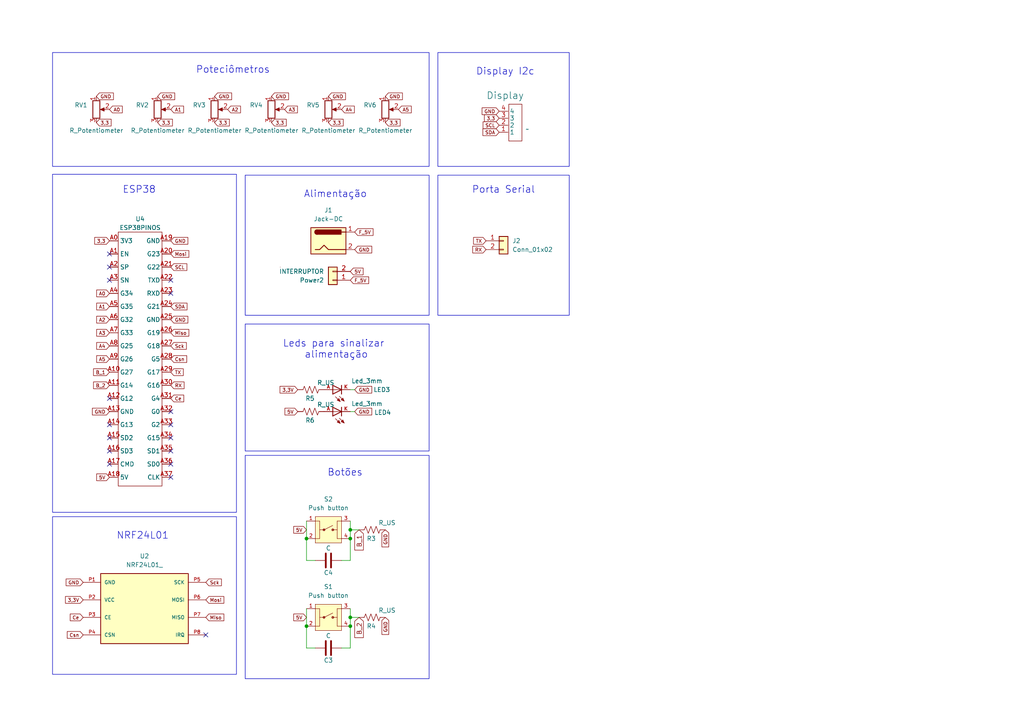
<source format=kicad_sch>
(kicad_sch
	(version 20231120)
	(generator "eeschema")
	(generator_version "8.0")
	(uuid "a8c11502-9801-4e5a-bb01-71257a2d5b76")
	(paper "A4")
	(title_block
		(title "Controle do projeto de IC")
		(date "2025-03-22")
	)
	(lib_symbols
		(symbol "Connector:Jack-DC"
			(pin_names
				(offset 1.016)
			)
			(exclude_from_sim no)
			(in_bom yes)
			(on_board yes)
			(property "Reference" "J"
				(at 0 5.334 0)
				(effects
					(font
						(size 1.27 1.27)
					)
				)
			)
			(property "Value" "Jack-DC"
				(at 0 -5.08 0)
				(effects
					(font
						(size 1.27 1.27)
					)
				)
			)
			(property "Footprint" ""
				(at 1.27 -1.016 0)
				(effects
					(font
						(size 1.27 1.27)
					)
					(hide yes)
				)
			)
			(property "Datasheet" "~"
				(at 1.27 -1.016 0)
				(effects
					(font
						(size 1.27 1.27)
					)
					(hide yes)
				)
			)
			(property "Description" "DC Barrel Jack"
				(at 0 0 0)
				(effects
					(font
						(size 1.27 1.27)
					)
					(hide yes)
				)
			)
			(property "ki_keywords" "DC power barrel jack connector"
				(at 0 0 0)
				(effects
					(font
						(size 1.27 1.27)
					)
					(hide yes)
				)
			)
			(property "ki_fp_filters" "BarrelJack*"
				(at 0 0 0)
				(effects
					(font
						(size 1.27 1.27)
					)
					(hide yes)
				)
			)
			(symbol "Jack-DC_0_1"
				(rectangle
					(start -5.08 3.81)
					(end 5.08 -3.81)
					(stroke
						(width 0.254)
						(type default)
					)
					(fill
						(type background)
					)
				)
				(arc
					(start -3.302 3.175)
					(mid -3.9343 2.54)
					(end -3.302 1.905)
					(stroke
						(width 0.254)
						(type default)
					)
					(fill
						(type none)
					)
				)
				(arc
					(start -3.302 3.175)
					(mid -3.9343 2.54)
					(end -3.302 1.905)
					(stroke
						(width 0.254)
						(type default)
					)
					(fill
						(type outline)
					)
				)
				(polyline
					(pts
						(xy 5.08 2.54) (xy 3.81 2.54)
					)
					(stroke
						(width 0.254)
						(type default)
					)
					(fill
						(type none)
					)
				)
				(polyline
					(pts
						(xy -3.81 -2.54) (xy -2.54 -2.54) (xy -1.27 -1.27) (xy 0 -2.54) (xy 2.54 -2.54) (xy 5.08 -2.54)
					)
					(stroke
						(width 0.254)
						(type default)
					)
					(fill
						(type none)
					)
				)
				(rectangle
					(start 3.683 3.175)
					(end -3.302 1.905)
					(stroke
						(width 0.254)
						(type default)
					)
					(fill
						(type outline)
					)
				)
			)
			(symbol "Jack-DC_1_1"
				(pin passive line
					(at 7.62 2.54 180)
					(length 2.54)
					(name "~"
						(effects
							(font
								(size 1.27 1.27)
							)
						)
					)
					(number "1"
						(effects
							(font
								(size 1.27 1.27)
							)
						)
					)
				)
				(pin passive line
					(at 7.62 -2.54 180)
					(length 2.54)
					(name "~"
						(effects
							(font
								(size 1.27 1.27)
							)
						)
					)
					(number "2"
						(effects
							(font
								(size 1.27 1.27)
							)
						)
					)
				)
			)
		)
		(symbol "Connector_Generic:Conn_01x02"
			(pin_names
				(offset 1.016) hide)
			(exclude_from_sim no)
			(in_bom yes)
			(on_board yes)
			(property "Reference" "J"
				(at 0 2.54 0)
				(effects
					(font
						(size 1.27 1.27)
					)
				)
			)
			(property "Value" "Conn_01x02"
				(at 0 -5.08 0)
				(effects
					(font
						(size 1.27 1.27)
					)
				)
			)
			(property "Footprint" ""
				(at 0 0 0)
				(effects
					(font
						(size 1.27 1.27)
					)
					(hide yes)
				)
			)
			(property "Datasheet" "~"
				(at 0 0 0)
				(effects
					(font
						(size 1.27 1.27)
					)
					(hide yes)
				)
			)
			(property "Description" "Generic connector, single row, 01x02, script generated (kicad-library-utils/schlib/autogen/connector/)"
				(at 0 0 0)
				(effects
					(font
						(size 1.27 1.27)
					)
					(hide yes)
				)
			)
			(property "ki_keywords" "connector"
				(at 0 0 0)
				(effects
					(font
						(size 1.27 1.27)
					)
					(hide yes)
				)
			)
			(property "ki_fp_filters" "Connector*:*_1x??_*"
				(at 0 0 0)
				(effects
					(font
						(size 1.27 1.27)
					)
					(hide yes)
				)
			)
			(symbol "Conn_01x02_1_1"
				(rectangle
					(start -1.27 -2.413)
					(end 0 -2.667)
					(stroke
						(width 0.1524)
						(type default)
					)
					(fill
						(type none)
					)
				)
				(rectangle
					(start -1.27 0.127)
					(end 0 -0.127)
					(stroke
						(width 0.1524)
						(type default)
					)
					(fill
						(type none)
					)
				)
				(rectangle
					(start -1.27 1.27)
					(end 1.27 -3.81)
					(stroke
						(width 0.254)
						(type default)
					)
					(fill
						(type background)
					)
				)
				(pin passive line
					(at -5.08 0 0)
					(length 3.81)
					(name "Pin_1"
						(effects
							(font
								(size 1.27 1.27)
							)
						)
					)
					(number "1"
						(effects
							(font
								(size 1.27 1.27)
							)
						)
					)
				)
				(pin passive line
					(at -5.08 -2.54 0)
					(length 3.81)
					(name "Pin_2"
						(effects
							(font
								(size 1.27 1.27)
							)
						)
					)
					(number "2"
						(effects
							(font
								(size 1.27 1.27)
							)
						)
					)
				)
			)
		)
		(symbol "Device:C"
			(pin_numbers hide)
			(pin_names
				(offset 0.254)
			)
			(exclude_from_sim no)
			(in_bom yes)
			(on_board yes)
			(property "Reference" "C"
				(at 0.635 2.54 0)
				(effects
					(font
						(size 1.27 1.27)
					)
					(justify left)
				)
			)
			(property "Value" "C"
				(at 0.635 -2.54 0)
				(effects
					(font
						(size 1.27 1.27)
					)
					(justify left)
				)
			)
			(property "Footprint" ""
				(at 0.9652 -3.81 0)
				(effects
					(font
						(size 1.27 1.27)
					)
					(hide yes)
				)
			)
			(property "Datasheet" "~"
				(at 0 0 0)
				(effects
					(font
						(size 1.27 1.27)
					)
					(hide yes)
				)
			)
			(property "Description" "Unpolarized capacitor"
				(at 0 0 0)
				(effects
					(font
						(size 1.27 1.27)
					)
					(hide yes)
				)
			)
			(property "ki_keywords" "cap capacitor"
				(at 0 0 0)
				(effects
					(font
						(size 1.27 1.27)
					)
					(hide yes)
				)
			)
			(property "ki_fp_filters" "C_*"
				(at 0 0 0)
				(effects
					(font
						(size 1.27 1.27)
					)
					(hide yes)
				)
			)
			(symbol "C_0_1"
				(polyline
					(pts
						(xy -2.032 -0.762) (xy 2.032 -0.762)
					)
					(stroke
						(width 0.508)
						(type default)
					)
					(fill
						(type none)
					)
				)
				(polyline
					(pts
						(xy -2.032 0.762) (xy 2.032 0.762)
					)
					(stroke
						(width 0.508)
						(type default)
					)
					(fill
						(type none)
					)
				)
			)
			(symbol "C_1_1"
				(pin passive line
					(at 0 3.81 270)
					(length 2.794)
					(name "~"
						(effects
							(font
								(size 1.27 1.27)
							)
						)
					)
					(number "1"
						(effects
							(font
								(size 1.27 1.27)
							)
						)
					)
				)
				(pin passive line
					(at 0 -3.81 90)
					(length 2.794)
					(name "~"
						(effects
							(font
								(size 1.27 1.27)
							)
						)
					)
					(number "2"
						(effects
							(font
								(size 1.27 1.27)
							)
						)
					)
				)
			)
		)
		(symbol "Device:R_Potentiometer"
			(pin_names
				(offset 1.016) hide)
			(exclude_from_sim no)
			(in_bom yes)
			(on_board yes)
			(property "Reference" "RV"
				(at -4.445 0 90)
				(effects
					(font
						(size 1.27 1.27)
					)
				)
			)
			(property "Value" "R_Potentiometer"
				(at -2.54 0 90)
				(effects
					(font
						(size 1.27 1.27)
					)
				)
			)
			(property "Footprint" ""
				(at 0 0 0)
				(effects
					(font
						(size 1.27 1.27)
					)
					(hide yes)
				)
			)
			(property "Datasheet" "~"
				(at 0 0 0)
				(effects
					(font
						(size 1.27 1.27)
					)
					(hide yes)
				)
			)
			(property "Description" "Potentiometer"
				(at 0 0 0)
				(effects
					(font
						(size 1.27 1.27)
					)
					(hide yes)
				)
			)
			(property "ki_keywords" "resistor variable"
				(at 0 0 0)
				(effects
					(font
						(size 1.27 1.27)
					)
					(hide yes)
				)
			)
			(property "ki_fp_filters" "Potentiometer*"
				(at 0 0 0)
				(effects
					(font
						(size 1.27 1.27)
					)
					(hide yes)
				)
			)
			(symbol "R_Potentiometer_0_1"
				(polyline
					(pts
						(xy 2.54 0) (xy 1.524 0)
					)
					(stroke
						(width 0)
						(type default)
					)
					(fill
						(type none)
					)
				)
				(polyline
					(pts
						(xy 1.143 0) (xy 2.286 0.508) (xy 2.286 -0.508) (xy 1.143 0)
					)
					(stroke
						(width 0)
						(type default)
					)
					(fill
						(type outline)
					)
				)
				(rectangle
					(start 1.016 2.54)
					(end -1.016 -2.54)
					(stroke
						(width 0.254)
						(type default)
					)
					(fill
						(type none)
					)
				)
			)
			(symbol "R_Potentiometer_1_1"
				(pin passive line
					(at 0 3.81 270)
					(length 1.27)
					(name "1"
						(effects
							(font
								(size 1.27 1.27)
							)
						)
					)
					(number "1"
						(effects
							(font
								(size 1.27 1.27)
							)
						)
					)
				)
				(pin passive line
					(at 3.81 0 180)
					(length 1.27)
					(name "2"
						(effects
							(font
								(size 1.27 1.27)
							)
						)
					)
					(number "2"
						(effects
							(font
								(size 1.27 1.27)
							)
						)
					)
				)
				(pin passive line
					(at 0 -3.81 90)
					(length 1.27)
					(name "3"
						(effects
							(font
								(size 1.27 1.27)
							)
						)
					)
					(number "3"
						(effects
							(font
								(size 1.27 1.27)
							)
						)
					)
				)
			)
		)
		(symbol "Device:R_US"
			(pin_numbers hide)
			(pin_names
				(offset 0)
			)
			(exclude_from_sim no)
			(in_bom yes)
			(on_board yes)
			(property "Reference" "R"
				(at 2.54 0 90)
				(effects
					(font
						(size 1.27 1.27)
					)
				)
			)
			(property "Value" "R_US"
				(at -2.54 0 90)
				(effects
					(font
						(size 1.27 1.27)
					)
				)
			)
			(property "Footprint" ""
				(at 1.016 -0.254 90)
				(effects
					(font
						(size 1.27 1.27)
					)
					(hide yes)
				)
			)
			(property "Datasheet" "~"
				(at 0 0 0)
				(effects
					(font
						(size 1.27 1.27)
					)
					(hide yes)
				)
			)
			(property "Description" "Resistor, US symbol"
				(at 0 0 0)
				(effects
					(font
						(size 1.27 1.27)
					)
					(hide yes)
				)
			)
			(property "ki_keywords" "R res resistor"
				(at 0 0 0)
				(effects
					(font
						(size 1.27 1.27)
					)
					(hide yes)
				)
			)
			(property "ki_fp_filters" "R_*"
				(at 0 0 0)
				(effects
					(font
						(size 1.27 1.27)
					)
					(hide yes)
				)
			)
			(symbol "R_US_0_1"
				(polyline
					(pts
						(xy 0 -2.286) (xy 0 -2.54)
					)
					(stroke
						(width 0)
						(type default)
					)
					(fill
						(type none)
					)
				)
				(polyline
					(pts
						(xy 0 2.286) (xy 0 2.54)
					)
					(stroke
						(width 0)
						(type default)
					)
					(fill
						(type none)
					)
				)
				(polyline
					(pts
						(xy 0 -0.762) (xy 1.016 -1.143) (xy 0 -1.524) (xy -1.016 -1.905) (xy 0 -2.286)
					)
					(stroke
						(width 0)
						(type default)
					)
					(fill
						(type none)
					)
				)
				(polyline
					(pts
						(xy 0 0.762) (xy 1.016 0.381) (xy 0 0) (xy -1.016 -0.381) (xy 0 -0.762)
					)
					(stroke
						(width 0)
						(type default)
					)
					(fill
						(type none)
					)
				)
				(polyline
					(pts
						(xy 0 2.286) (xy 1.016 1.905) (xy 0 1.524) (xy -1.016 1.143) (xy 0 0.762)
					)
					(stroke
						(width 0)
						(type default)
					)
					(fill
						(type none)
					)
				)
			)
			(symbol "R_US_1_1"
				(pin passive line
					(at 0 3.81 270)
					(length 1.27)
					(name "~"
						(effects
							(font
								(size 1.27 1.27)
							)
						)
					)
					(number "1"
						(effects
							(font
								(size 1.27 1.27)
							)
						)
					)
				)
				(pin passive line
					(at 0 -3.81 90)
					(length 1.27)
					(name "~"
						(effects
							(font
								(size 1.27 1.27)
							)
						)
					)
					(number "2"
						(effects
							(font
								(size 1.27 1.27)
							)
						)
					)
				)
			)
		)
		(symbol "ESP 38 PINOS:ESP38PINOS"
			(exclude_from_sim no)
			(in_bom yes)
			(on_board yes)
			(property "Reference" "U"
				(at 3.81 2.54 0)
				(effects
					(font
						(size 1.27 1.27)
					)
				)
			)
			(property "Value" "ESP38PINOS"
				(at 3.81 0 0)
				(effects
					(font
						(size 1.27 1.27)
					)
				)
			)
			(property "Footprint" ""
				(at 3.81 0 0)
				(effects
					(font
						(size 1.27 1.27)
					)
					(hide yes)
				)
			)
			(property "Datasheet" ""
				(at 3.81 0 0)
				(effects
					(font
						(size 1.27 1.27)
					)
					(hide yes)
				)
			)
			(property "Description" ""
				(at 0 0 0)
				(effects
					(font
						(size 1.27 1.27)
					)
					(hide yes)
				)
			)
			(symbol "ESP38PINOS_0_1"
				(rectangle
					(start -2.54 -1.27)
					(end 10.16 -74.93)
					(stroke
						(width 0)
						(type default)
					)
					(fill
						(type none)
					)
				)
				(rectangle
					(start 44.45 -11.43)
					(end 44.45 -11.43)
					(stroke
						(width 0)
						(type default)
					)
					(fill
						(type none)
					)
				)
			)
			(symbol "ESP38PINOS_1_1"
				(pin input line
					(at -5.08 -3.81 0)
					(length 2.54)
					(name "3V3"
						(effects
							(font
								(size 1.27 1.27)
							)
						)
					)
					(number "A0"
						(effects
							(font
								(size 1.27 1.27)
							)
						)
					)
				)
				(pin input line
					(at -5.08 -7.62 0)
					(length 2.54)
					(name "EN"
						(effects
							(font
								(size 1.27 1.27)
							)
						)
					)
					(number "A1"
						(effects
							(font
								(size 1.27 1.27)
							)
						)
					)
				)
				(pin input line
					(at -5.08 -41.91 0)
					(length 2.54)
					(name "G27"
						(effects
							(font
								(size 1.27 1.27)
							)
						)
					)
					(number "A10"
						(effects
							(font
								(size 1.27 1.27)
							)
						)
					)
				)
				(pin input line
					(at -5.08 -45.72 0)
					(length 2.54)
					(name "G14"
						(effects
							(font
								(size 1.27 1.27)
							)
						)
					)
					(number "A11"
						(effects
							(font
								(size 1.27 1.27)
							)
						)
					)
				)
				(pin input line
					(at -5.08 -49.53 0)
					(length 2.54)
					(name "G12"
						(effects
							(font
								(size 1.27 1.27)
							)
						)
					)
					(number "A12"
						(effects
							(font
								(size 1.27 1.27)
							)
						)
					)
				)
				(pin input line
					(at -5.08 -53.34 0)
					(length 2.54)
					(name "GND"
						(effects
							(font
								(size 1.27 1.27)
							)
						)
					)
					(number "A13"
						(effects
							(font
								(size 1.27 1.27)
							)
						)
					)
				)
				(pin input line
					(at -5.08 -57.15 0)
					(length 2.54)
					(name "G13"
						(effects
							(font
								(size 1.27 1.27)
							)
						)
					)
					(number "A14"
						(effects
							(font
								(size 1.27 1.27)
							)
						)
					)
				)
				(pin input line
					(at -5.08 -60.96 0)
					(length 2.54)
					(name "SD2"
						(effects
							(font
								(size 1.27 1.27)
							)
						)
					)
					(number "A15"
						(effects
							(font
								(size 1.27 1.27)
							)
						)
					)
				)
				(pin input line
					(at -5.08 -64.77 0)
					(length 2.54)
					(name "SD3"
						(effects
							(font
								(size 1.27 1.27)
							)
						)
					)
					(number "A16"
						(effects
							(font
								(size 1.27 1.27)
							)
						)
					)
				)
				(pin input line
					(at -5.08 -68.58 0)
					(length 2.54)
					(name "CMD"
						(effects
							(font
								(size 1.27 1.27)
							)
						)
					)
					(number "A17"
						(effects
							(font
								(size 1.27 1.27)
							)
						)
					)
				)
				(pin input line
					(at -5.08 -72.39 0)
					(length 2.54)
					(name "5V"
						(effects
							(font
								(size 1.27 1.27)
							)
						)
					)
					(number "A18"
						(effects
							(font
								(size 1.27 1.27)
							)
						)
					)
				)
				(pin input line
					(at 12.7 -3.81 180)
					(length 2.54)
					(name "GND"
						(effects
							(font
								(size 1.27 1.27)
							)
						)
					)
					(number "A19"
						(effects
							(font
								(size 1.27 1.27)
							)
						)
					)
				)
				(pin input line
					(at -5.08 -11.43 0)
					(length 2.54)
					(name "SP"
						(effects
							(font
								(size 1.27 1.27)
							)
						)
					)
					(number "A2"
						(effects
							(font
								(size 1.27 1.27)
							)
						)
					)
				)
				(pin input line
					(at 12.7 -7.62 180)
					(length 2.54)
					(name "G23"
						(effects
							(font
								(size 1.27 1.27)
							)
						)
					)
					(number "A20"
						(effects
							(font
								(size 1.27 1.27)
							)
						)
					)
				)
				(pin input line
					(at 12.7 -11.43 180)
					(length 2.54)
					(name "G22"
						(effects
							(font
								(size 1.27 1.27)
							)
						)
					)
					(number "A21"
						(effects
							(font
								(size 1.27 1.27)
							)
						)
					)
				)
				(pin input line
					(at 12.7 -15.24 180)
					(length 2.54)
					(name "TXD"
						(effects
							(font
								(size 1.27 1.27)
							)
						)
					)
					(number "A22"
						(effects
							(font
								(size 1.27 1.27)
							)
						)
					)
				)
				(pin input line
					(at 12.7 -19.05 180)
					(length 2.54)
					(name "RXD"
						(effects
							(font
								(size 1.27 1.27)
							)
						)
					)
					(number "A23"
						(effects
							(font
								(size 1.27 1.27)
							)
						)
					)
				)
				(pin input line
					(at 12.7 -22.86 180)
					(length 2.54)
					(name "G21"
						(effects
							(font
								(size 1.27 1.27)
							)
						)
					)
					(number "A24"
						(effects
							(font
								(size 1.27 1.27)
							)
						)
					)
				)
				(pin input line
					(at 12.7 -26.67 180)
					(length 2.54)
					(name "GND"
						(effects
							(font
								(size 1.27 1.27)
							)
						)
					)
					(number "A25"
						(effects
							(font
								(size 1.27 1.27)
							)
						)
					)
				)
				(pin input line
					(at 12.7 -30.48 180)
					(length 2.54)
					(name "G19"
						(effects
							(font
								(size 1.27 1.27)
							)
						)
					)
					(number "A26"
						(effects
							(font
								(size 1.27 1.27)
							)
						)
					)
				)
				(pin input line
					(at 12.7 -34.29 180)
					(length 2.54)
					(name "G18"
						(effects
							(font
								(size 1.27 1.27)
							)
						)
					)
					(number "A27"
						(effects
							(font
								(size 1.27 1.27)
							)
						)
					)
				)
				(pin input line
					(at 12.7 -38.1 180)
					(length 2.54)
					(name "G5"
						(effects
							(font
								(size 1.27 1.27)
							)
						)
					)
					(number "A28"
						(effects
							(font
								(size 1.27 1.27)
							)
						)
					)
				)
				(pin input line
					(at 12.7 -41.91 180)
					(length 2.54)
					(name "G17"
						(effects
							(font
								(size 1.27 1.27)
							)
						)
					)
					(number "A29"
						(effects
							(font
								(size 1.27 1.27)
							)
						)
					)
				)
				(pin input line
					(at -5.08 -15.24 0)
					(length 2.54)
					(name "SN"
						(effects
							(font
								(size 1.27 1.27)
							)
						)
					)
					(number "A3"
						(effects
							(font
								(size 1.27 1.27)
							)
						)
					)
				)
				(pin input line
					(at 12.7 -45.72 180)
					(length 2.54)
					(name "G16"
						(effects
							(font
								(size 1.27 1.27)
							)
						)
					)
					(number "A30"
						(effects
							(font
								(size 1.27 1.27)
							)
						)
					)
				)
				(pin input line
					(at 12.7 -49.53 180)
					(length 2.54)
					(name "G4"
						(effects
							(font
								(size 1.27 1.27)
							)
						)
					)
					(number "A31"
						(effects
							(font
								(size 1.27 1.27)
							)
						)
					)
				)
				(pin input line
					(at 12.7 -53.34 180)
					(length 2.54)
					(name "G0"
						(effects
							(font
								(size 1.27 1.27)
							)
						)
					)
					(number "A32"
						(effects
							(font
								(size 1.27 1.27)
							)
						)
					)
				)
				(pin input line
					(at 12.7 -57.15 180)
					(length 2.54)
					(name "G2"
						(effects
							(font
								(size 1.27 1.27)
							)
						)
					)
					(number "A33"
						(effects
							(font
								(size 1.27 1.27)
							)
						)
					)
				)
				(pin input line
					(at 12.7 -60.96 180)
					(length 2.54)
					(name "G15"
						(effects
							(font
								(size 1.27 1.27)
							)
						)
					)
					(number "A34"
						(effects
							(font
								(size 1.27 1.27)
							)
						)
					)
				)
				(pin input line
					(at 12.7 -64.77 180)
					(length 2.54)
					(name "SD1"
						(effects
							(font
								(size 1.27 1.27)
							)
						)
					)
					(number "A35"
						(effects
							(font
								(size 1.27 1.27)
							)
						)
					)
				)
				(pin input line
					(at 12.7 -68.58 180)
					(length 2.54)
					(name "SD0"
						(effects
							(font
								(size 1.27 1.27)
							)
						)
					)
					(number "A36"
						(effects
							(font
								(size 1.27 1.27)
							)
						)
					)
				)
				(pin input line
					(at 12.7 -72.39 180)
					(length 2.54)
					(name "CLK"
						(effects
							(font
								(size 1.27 1.27)
							)
						)
					)
					(number "A37"
						(effects
							(font
								(size 1.27 1.27)
							)
						)
					)
				)
				(pin input line
					(at -5.08 -19.05 0)
					(length 2.54)
					(name "G34"
						(effects
							(font
								(size 1.27 1.27)
							)
						)
					)
					(number "A4"
						(effects
							(font
								(size 1.27 1.27)
							)
						)
					)
				)
				(pin input line
					(at -5.08 -22.86 0)
					(length 2.54)
					(name "G35"
						(effects
							(font
								(size 1.27 1.27)
							)
						)
					)
					(number "A5"
						(effects
							(font
								(size 1.27 1.27)
							)
						)
					)
				)
				(pin input line
					(at -5.08 -26.67 0)
					(length 2.54)
					(name "G32"
						(effects
							(font
								(size 1.27 1.27)
							)
						)
					)
					(number "A6"
						(effects
							(font
								(size 1.27 1.27)
							)
						)
					)
				)
				(pin input line
					(at -5.08 -30.48 0)
					(length 2.54)
					(name "G33"
						(effects
							(font
								(size 1.27 1.27)
							)
						)
					)
					(number "A7"
						(effects
							(font
								(size 1.27 1.27)
							)
						)
					)
				)
				(pin input line
					(at -5.08 -34.29 0)
					(length 2.54)
					(name "G25"
						(effects
							(font
								(size 1.27 1.27)
							)
						)
					)
					(number "A8"
						(effects
							(font
								(size 1.27 1.27)
							)
						)
					)
				)
				(pin input line
					(at -5.08 -38.1 0)
					(length 2.54)
					(name "G26"
						(effects
							(font
								(size 1.27 1.27)
							)
						)
					)
					(number "A9"
						(effects
							(font
								(size 1.27 1.27)
							)
						)
					)
				)
			)
		)
		(symbol "Meus simbolos:4_furos"
			(exclude_from_sim no)
			(in_bom yes)
			(on_board yes)
			(property "Reference" "furos"
				(at 0.254 0.254 0)
				(effects
					(font
						(size 2 2)
					)
				)
			)
			(property "Value" ""
				(at 0 0 0)
				(effects
					(font
						(size 1.27 1.27)
					)
				)
			)
			(property "Footprint" ""
				(at 0 0 0)
				(effects
					(font
						(size 1.27 1.27)
					)
					(hide yes)
				)
			)
			(property "Datasheet" ""
				(at 0 0 0)
				(effects
					(font
						(size 1.27 1.27)
					)
					(hide yes)
				)
			)
			(property "Description" ""
				(at 0 0 0)
				(effects
					(font
						(size 1.27 1.27)
					)
					(hide yes)
				)
			)
			(symbol "4_furos_0_1"
				(rectangle
					(start -1.016 -2.032)
					(end 2.794 -12.7)
					(stroke
						(width 0)
						(type default)
					)
					(fill
						(type none)
					)
				)
			)
			(symbol "4_furos_1_1"
				(pin input line
					(at -3.81 -10.16 0)
					(length 2.54)
					(name "1"
						(effects
							(font
								(size 1.27 1.27)
							)
						)
					)
					(number "1"
						(effects
							(font
								(size 1.27 1.27)
							)
						)
					)
				)
				(pin input line
					(at -3.81 -8.128 0)
					(length 2.54)
					(name "2"
						(effects
							(font
								(size 1.27 1.27)
							)
						)
					)
					(number "2"
						(effects
							(font
								(size 1.27 1.27)
							)
						)
					)
				)
				(pin input line
					(at -3.81 -6.096 0)
					(length 2.54)
					(name "3"
						(effects
							(font
								(size 1.27 1.27)
							)
						)
					)
					(number "3"
						(effects
							(font
								(size 1.27 1.27)
							)
						)
					)
				)
				(pin input line
					(at -3.81 -4.064 0)
					(length 2.54)
					(name "4"
						(effects
							(font
								(size 1.27 1.27)
							)
						)
					)
					(number "4"
						(effects
							(font
								(size 1.27 1.27)
							)
						)
					)
				)
			)
		)
		(symbol "Meus simbolos:Interruptor"
			(pin_names
				(offset 1.016) hide)
			(exclude_from_sim no)
			(in_bom yes)
			(on_board yes)
			(property "Reference" "Power1"
				(at 2.54 -0.635 90)
				(effects
					(font
						(size 1.27 1.27)
					)
					(justify left)
				)
			)
			(property "Value" "INTERRUPTOR"
				(at 4.826 -5.842 90)
				(effects
					(font
						(size 1.27 1.27)
					)
					(justify left)
				)
			)
			(property "Footprint" "Maraca:E-SWITCH_Maraca"
				(at 0 0 0)
				(effects
					(font
						(size 1.27 1.27)
					)
					(hide yes)
				)
			)
			(property "Datasheet" "~"
				(at 0 0 0)
				(effects
					(font
						(size 1.27 1.27)
					)
					(hide yes)
				)
			)
			(property "Description" ""
				(at 0 0 0)
				(effects
					(font
						(size 1.27 1.27)
					)
					(hide yes)
				)
			)
			(property "ki_keywords" "connector"
				(at 0 0 0)
				(effects
					(font
						(size 1.27 1.27)
					)
					(hide yes)
				)
			)
			(property "ki_fp_filters" "Connector*:*_1x??_*"
				(at 0 0 0)
				(effects
					(font
						(size 1.27 1.27)
					)
					(hide yes)
				)
			)
			(symbol "Interruptor_1_1"
				(rectangle
					(start -1.27 -2.413)
					(end 0 -2.667)
					(stroke
						(width 0.1524)
						(type default)
					)
					(fill
						(type none)
					)
				)
				(rectangle
					(start -1.27 0.127)
					(end 0 -0.127)
					(stroke
						(width 0.1524)
						(type default)
					)
					(fill
						(type none)
					)
				)
				(rectangle
					(start -1.27 1.27)
					(end 1.27 -3.81)
					(stroke
						(width 0.254)
						(type default)
					)
					(fill
						(type background)
					)
				)
				(pin passive line
					(at -5.08 0 0)
					(length 3.81)
					(name "Pin_1"
						(effects
							(font
								(size 1.27 1.27)
							)
						)
					)
					(number "1"
						(effects
							(font
								(size 1.27 1.27)
							)
						)
					)
				)
				(pin passive line
					(at -5.08 -2.54 0)
					(length 3.81)
					(name "Pin_2"
						(effects
							(font
								(size 1.27 1.27)
							)
						)
					)
					(number "2"
						(effects
							(font
								(size 1.27 1.27)
							)
						)
					)
				)
			)
		)
		(symbol "Meus simbolos:Led_3mm"
			(pin_names
				(offset 1.016)
			)
			(exclude_from_sim no)
			(in_bom yes)
			(on_board yes)
			(property "Reference" "LED"
				(at 3.5575 -4.574 90)
				(effects
					(font
						(size 1.27 1.27)
					)
					(justify left bottom)
				)
			)
			(property "Value" "Led_3mm"
				(at 5.718 -4.5744 90)
				(effects
					(font
						(size 1.27 1.27)
					)
					(justify left bottom)
				)
			)
			(property "Footprint" "Meus footprints:LED3MM"
				(at 0 0 0)
				(effects
					(font
						(size 1.27 1.27)
					)
					(justify bottom)
					(hide yes)
				)
			)
			(property "Datasheet" ""
				(at 0 0 0)
				(effects
					(font
						(size 1.27 1.27)
					)
					(hide yes)
				)
			)
			(property "Description" ""
				(at 0 0 0)
				(effects
					(font
						(size 1.27 1.27)
					)
					(hide yes)
				)
			)
			(property "MF" "Vishay"
				(at 0 0 0)
				(effects
					(font
						(size 1.27 1.27)
					)
					(justify bottom)
					(hide yes)
				)
			)
			(property "Description_1" "\n                        \n                            Red 619nm LED Indication - Discrete 1.9V Radial\n                        \n"
				(at 0 0 0)
				(effects
					(font
						(size 1.27 1.27)
					)
					(justify bottom)
					(hide yes)
				)
			)
			(property "Package" "None"
				(at 0 0 0)
				(effects
					(font
						(size 1.27 1.27)
					)
					(justify bottom)
					(hide yes)
				)
			)
			(property "Price" "None"
				(at 0 0 0)
				(effects
					(font
						(size 1.27 1.27)
					)
					(justify bottom)
					(hide yes)
				)
			)
			(property "OC_FARNELL" "1612437"
				(at 0 0 0)
				(effects
					(font
						(size 1.27 1.27)
					)
					(justify bottom)
					(hide yes)
				)
			)
			(property "SnapEDA_Link" "https://www.snapeda.com/parts/TLLR4400/Vishay+Semiconductor+Opto+Division/view-part/?ref=snap"
				(at 0 0 0)
				(effects
					(font
						(size 1.27 1.27)
					)
					(justify bottom)
					(hide yes)
				)
			)
			(property "MP" "TLLR4400"
				(at 0 0 0)
				(effects
					(font
						(size 1.27 1.27)
					)
					(justify bottom)
					(hide yes)
				)
			)
			(property "Availability" "In Stock"
				(at 0 0 0)
				(effects
					(font
						(size 1.27 1.27)
					)
					(justify bottom)
					(hide yes)
				)
			)
			(property "Check_prices" "https://www.snapeda.com/parts/TLLR4400/Vishay+Semiconductor+Opto+Division/view-part/?ref=eda"
				(at 0 0 0)
				(effects
					(font
						(size 1.27 1.27)
					)
					(justify bottom)
					(hide yes)
				)
			)
			(symbol "Led_3mm_0_0"
				(polyline
					(pts
						(xy -2.032 -0.762) (xy -3.429 -2.159)
					)
					(stroke
						(width 0.1524)
						(type default)
					)
					(fill
						(type none)
					)
				)
				(polyline
					(pts
						(xy -1.905 -1.905) (xy -3.302 -3.302)
					)
					(stroke
						(width 0.1524)
						(type default)
					)
					(fill
						(type none)
					)
				)
				(polyline
					(pts
						(xy 0 -2.54) (xy -1.27 -2.54)
					)
					(stroke
						(width 0.254)
						(type default)
					)
					(fill
						(type none)
					)
				)
				(polyline
					(pts
						(xy 0 -2.54) (xy -1.27 0)
					)
					(stroke
						(width 0.254)
						(type default)
					)
					(fill
						(type none)
					)
				)
				(polyline
					(pts
						(xy 0 0) (xy -1.27 0)
					)
					(stroke
						(width 0.254)
						(type default)
					)
					(fill
						(type none)
					)
				)
				(polyline
					(pts
						(xy 0 0) (xy 0 -2.54)
					)
					(stroke
						(width 0.1524)
						(type default)
					)
					(fill
						(type none)
					)
				)
				(polyline
					(pts
						(xy 1.27 -2.54) (xy 0 -2.54)
					)
					(stroke
						(width 0.254)
						(type default)
					)
					(fill
						(type none)
					)
				)
				(polyline
					(pts
						(xy 1.27 0) (xy 0 -2.54)
					)
					(stroke
						(width 0.254)
						(type default)
					)
					(fill
						(type none)
					)
				)
				(polyline
					(pts
						(xy 1.27 0) (xy 0 0)
					)
					(stroke
						(width 0.254)
						(type default)
					)
					(fill
						(type none)
					)
				)
				(polyline
					(pts
						(xy -3.429 -2.159) (xy -3.048 -1.27) (xy -2.54 -1.778) (xy -3.429 -2.159)
					)
					(stroke
						(width 0.1524)
						(type default)
					)
					(fill
						(type outline)
					)
				)
				(polyline
					(pts
						(xy -3.302 -3.302) (xy -2.921 -2.413) (xy -2.413 -2.921) (xy -3.302 -3.302)
					)
					(stroke
						(width 0.1524)
						(type default)
					)
					(fill
						(type outline)
					)
				)
				(pin passive line
					(at 0 2.54 270)
					(length 2.54)
					(name "~"
						(effects
							(font
								(size 1.016 1.016)
							)
						)
					)
					(number "A"
						(effects
							(font
								(size 1.016 1.016)
							)
						)
					)
				)
				(pin passive line
					(at 0 -5.08 90)
					(length 2.54)
					(name "~"
						(effects
							(font
								(size 1.016 1.016)
							)
						)
					)
					(number "K"
						(effects
							(font
								(size 1.016 1.016)
							)
						)
					)
				)
			)
		)
		(symbol "Meus simbolos:NRF24L01_"
			(pin_names
				(offset 1.016)
			)
			(exclude_from_sim no)
			(in_bom yes)
			(on_board yes)
			(property "Reference" "U"
				(at -12.7179 12.7179 0)
				(effects
					(font
						(size 1.27 1.27)
					)
					(justify left bottom)
				)
			)
			(property "Value" "NRF24L01_"
				(at 0 0 0)
				(effects
					(font
						(size 1.27 1.27)
					)
					(justify bottom)
				)
			)
			(property "Footprint" "Meus footprints:NRF24L01-PCB-AERIAL"
				(at 0 0 0)
				(effects
					(font
						(size 1.27 1.27)
					)
					(justify bottom)
					(hide yes)
				)
			)
			(property "Datasheet" ""
				(at 0 0 0)
				(effects
					(font
						(size 1.27 1.27)
					)
					(hide yes)
				)
			)
			(property "Description" ""
				(at 0 0 0)
				(effects
					(font
						(size 1.27 1.27)
					)
					(hide yes)
				)
			)
			(property "MF" "Nordic Semiconductor"
				(at 0 0 0)
				(effects
					(font
						(size 1.27 1.27)
					)
					(justify bottom)
					(hide yes)
				)
			)
			(property "Description_1" "\n                        \n                            IC RF TxRx Only General ISM > 1GHz  2.4GHz 20-VFQFN Exposed Pad\n                        \n"
				(at 0 0 0)
				(effects
					(font
						(size 1.27 1.27)
					)
					(justify bottom)
					(hide yes)
				)
			)
			(property "Package" "QFN-20 Nordic Semiconductor"
				(at 0 0 0)
				(effects
					(font
						(size 1.27 1.27)
					)
					(justify bottom)
					(hide yes)
				)
			)
			(property "Price" "None"
				(at 0 0 0)
				(effects
					(font
						(size 1.27 1.27)
					)
					(justify bottom)
					(hide yes)
				)
			)
			(property "SnapEDA_Link" "https://www.snapeda.com/parts/NRF24L01+/Nordic+Power/view-part/?ref=snap"
				(at 0 0 0)
				(effects
					(font
						(size 1.27 1.27)
					)
					(justify bottom)
					(hide yes)
				)
			)
			(property "MP" "NRF24L01+"
				(at 0 0 0)
				(effects
					(font
						(size 1.27 1.27)
					)
					(justify bottom)
					(hide yes)
				)
			)
			(property "Availability" "In Stock"
				(at 0 0 0)
				(effects
					(font
						(size 1.27 1.27)
					)
					(justify bottom)
					(hide yes)
				)
			)
			(property "Check_prices" "https://www.snapeda.com/parts/NRF24L01+/Nordic+Power/view-part/?ref=eda"
				(at 0 0 0)
				(effects
					(font
						(size 1.27 1.27)
					)
					(justify bottom)
					(hide yes)
				)
			)
			(symbol "NRF24L01__0_0"
				(rectangle
					(start -12.7 -10.16)
					(end 12.7 10.16)
					(stroke
						(width 0.254)
						(type default)
					)
					(fill
						(type background)
					)
				)
			)
			(symbol "NRF24L01__1_0"
				(pin power_in line
					(at -17.78 7.62 0)
					(length 5.08)
					(name "GND"
						(effects
							(font
								(size 1.016 1.016)
							)
						)
					)
					(number "P1"
						(effects
							(font
								(size 1.016 1.016)
							)
						)
					)
				)
				(pin power_in line
					(at -17.78 2.54 0)
					(length 5.08)
					(name "VCC"
						(effects
							(font
								(size 1.016 1.016)
							)
						)
					)
					(number "P2"
						(effects
							(font
								(size 1.016 1.016)
							)
						)
					)
				)
				(pin bidirectional line
					(at -17.78 -2.54 0)
					(length 5.08)
					(name "CE"
						(effects
							(font
								(size 1.016 1.016)
							)
						)
					)
					(number "P3"
						(effects
							(font
								(size 1.016 1.016)
							)
						)
					)
				)
				(pin bidirectional line
					(at -17.78 -7.62 0)
					(length 5.08)
					(name "CSN"
						(effects
							(font
								(size 1.016 1.016)
							)
						)
					)
					(number "P4"
						(effects
							(font
								(size 1.016 1.016)
							)
						)
					)
				)
				(pin bidirectional line
					(at 17.78 7.62 180)
					(length 5.08)
					(name "SCK"
						(effects
							(font
								(size 1.016 1.016)
							)
						)
					)
					(number "P5"
						(effects
							(font
								(size 1.016 1.016)
							)
						)
					)
				)
				(pin bidirectional line
					(at 17.78 2.54 180)
					(length 5.08)
					(name "MOSI"
						(effects
							(font
								(size 1.016 1.016)
							)
						)
					)
					(number "P6"
						(effects
							(font
								(size 1.016 1.016)
							)
						)
					)
				)
				(pin bidirectional line
					(at 17.78 -2.54 180)
					(length 5.08)
					(name "MISO"
						(effects
							(font
								(size 1.016 1.016)
							)
						)
					)
					(number "P7"
						(effects
							(font
								(size 1.016 1.016)
							)
						)
					)
				)
				(pin bidirectional line
					(at 17.78 -7.62 180)
					(length 5.08)
					(name "IRQ"
						(effects
							(font
								(size 1.016 1.016)
							)
						)
					)
					(number "P8"
						(effects
							(font
								(size 1.016 1.016)
							)
						)
					)
				)
			)
		)
		(symbol "Meus simbolos:Push button"
			(pin_names
				(offset 1.016)
			)
			(exclude_from_sim no)
			(in_bom yes)
			(on_board yes)
			(property "Reference" "S"
				(at -4.3222 4.068 0)
				(effects
					(font
						(size 1.27 1.27)
					)
					(justify left bottom)
				)
			)
			(property "Value" "Push button"
				(at -4.0644 -5.3346 0)
				(effects
					(font
						(size 1.27 1.27)
					)
					(justify left bottom)
				)
			)
			(property "Footprint" "Meus footprints:Push button"
				(at 0 0 0)
				(effects
					(font
						(size 1.27 1.27)
					)
					(justify bottom)
					(hide yes)
				)
			)
			(property "Datasheet" ""
				(at 0 0 0)
				(effects
					(font
						(size 1.27 1.27)
					)
					(hide yes)
				)
			)
			(property "Description" ""
				(at 0 0 0)
				(effects
					(font
						(size 1.27 1.27)
					)
					(hide yes)
				)
			)
			(property "MF" "TE Connectivity"
				(at 0 0 0)
				(effects
					(font
						(size 1.27 1.27)
					)
					(justify bottom)
					(hide yes)
				)
			)
			(property "Description_1" "\n                        \n                            Switch,Pushbutton,Tactile,SPST,Thru Hole,Vertical,6MM,Black | TE Connectivity FSM8JH\n                        \n"
				(at 0 0 0)
				(effects
					(font
						(size 1.27 1.27)
					)
					(justify bottom)
					(hide yes)
				)
			)
			(property "Package" "None"
				(at 0 0 0)
				(effects
					(font
						(size 1.27 1.27)
					)
					(justify bottom)
					(hide yes)
				)
			)
			(property "Price" "None"
				(at 0 0 0)
				(effects
					(font
						(size 1.27 1.27)
					)
					(justify bottom)
					(hide yes)
				)
			)
			(property "Check_prices" "https://www.snapeda.com/parts/FSM8JH/TE+Connectivity+ALCOSWITCH+Switches/view-part/?ref=eda"
				(at 0 0 0)
				(effects
					(font
						(size 1.27 1.27)
					)
					(justify bottom)
					(hide yes)
				)
			)
			(property "STANDARD" "MANUFACTURER RECOMMENDATIONS"
				(at 0 0 0)
				(effects
					(font
						(size 1.27 1.27)
					)
					(justify bottom)
					(hide yes)
				)
			)
			(property "PARTREV" "C10"
				(at 0 0 0)
				(effects
					(font
						(size 1.27 1.27)
					)
					(justify bottom)
					(hide yes)
				)
			)
			(property "SnapEDA_Link" "https://www.snapeda.com/parts/FSM8JH/TE+Connectivity+ALCOSWITCH+Switches/view-part/?ref=snap"
				(at 0 0 0)
				(effects
					(font
						(size 1.27 1.27)
					)
					(justify bottom)
					(hide yes)
				)
			)
			(property "MP" "FSM8JH"
				(at 0 0 0)
				(effects
					(font
						(size 1.27 1.27)
					)
					(justify bottom)
					(hide yes)
				)
			)
			(property "Availability" "Not in stock"
				(at 0 0 0)
				(effects
					(font
						(size 1.27 1.27)
					)
					(justify bottom)
					(hide yes)
				)
			)
			(property "MANUFACTURER" "TE CONNECTIVITY"
				(at 0 0 0)
				(effects
					(font
						(size 1.27 1.27)
					)
					(justify bottom)
					(hide yes)
				)
			)
			(symbol "Push button_0_0"
				(rectangle
					(start -3.81 3.81)
					(end 3.81 -3.81)
					(stroke
						(width 0.127)
						(type default)
					)
					(fill
						(type background)
					)
				)
				(circle
					(center -1.27 0)
					(radius 0.254)
					(stroke
						(width 0.2159)
						(type default)
					)
					(fill
						(type none)
					)
				)
				(polyline
					(pts
						(xy -3.81 2.54) (xy -2.54 2.54)
					)
					(stroke
						(width 0.127)
						(type default)
					)
					(fill
						(type none)
					)
				)
				(polyline
					(pts
						(xy -2.54 -2.54) (xy -3.81 -2.54)
					)
					(stroke
						(width 0.127)
						(type default)
					)
					(fill
						(type none)
					)
				)
				(polyline
					(pts
						(xy -2.54 0) (xy -1.27 0)
					)
					(stroke
						(width 0.127)
						(type default)
					)
					(fill
						(type none)
					)
				)
				(polyline
					(pts
						(xy -2.54 2.54) (xy -2.54 -2.54)
					)
					(stroke
						(width 0.127)
						(type default)
					)
					(fill
						(type none)
					)
				)
				(polyline
					(pts
						(xy -1.27 0) (xy 1.27 1.27)
					)
					(stroke
						(width 0.127)
						(type default)
					)
					(fill
						(type none)
					)
				)
				(polyline
					(pts
						(xy 1.27 0) (xy 2.54 0)
					)
					(stroke
						(width 0.127)
						(type default)
					)
					(fill
						(type none)
					)
				)
				(polyline
					(pts
						(xy 2.54 -2.54) (xy 3.81 -2.54)
					)
					(stroke
						(width 0.127)
						(type default)
					)
					(fill
						(type none)
					)
				)
				(polyline
					(pts
						(xy 2.54 2.54) (xy 2.54 -2.54)
					)
					(stroke
						(width 0.127)
						(type default)
					)
					(fill
						(type none)
					)
				)
				(polyline
					(pts
						(xy 3.81 2.54) (xy 2.54 2.54)
					)
					(stroke
						(width 0.127)
						(type default)
					)
					(fill
						(type none)
					)
				)
				(circle
					(center 1.27 0)
					(radius 0.254)
					(stroke
						(width 0.2159)
						(type default)
					)
					(fill
						(type none)
					)
				)
				(pin passive line
					(at -6.35 2.54 0)
					(length 2.54)
					(name "~"
						(effects
							(font
								(size 1.016 1.016)
							)
						)
					)
					(number "1"
						(effects
							(font
								(size 1.016 1.016)
							)
						)
					)
				)
				(pin passive line
					(at -6.35 -2.54 0)
					(length 2.54)
					(name "~"
						(effects
							(font
								(size 1.016 1.016)
							)
						)
					)
					(number "2"
						(effects
							(font
								(size 1.016 1.016)
							)
						)
					)
				)
				(pin passive line
					(at 6.35 2.54 180)
					(length 2.54)
					(name "~"
						(effects
							(font
								(size 1.016 1.016)
							)
						)
					)
					(number "3"
						(effects
							(font
								(size 1.016 1.016)
							)
						)
					)
				)
				(pin passive line
					(at 6.35 -2.54 180)
					(length 2.54)
					(name "~"
						(effects
							(font
								(size 1.016 1.016)
							)
						)
					)
					(number "4"
						(effects
							(font
								(size 1.016 1.016)
							)
						)
					)
				)
			)
		)
	)
	(junction
		(at 101.6 156.21)
		(diameter 0)
		(color 0 0 0 0)
		(uuid "2033853e-c097-4c9b-90c5-9feeadd1fae8")
	)
	(junction
		(at 101.6 153.67)
		(diameter 0)
		(color 0 0 0 0)
		(uuid "205f8ab6-7b4d-4e0d-a6e2-240385118c7a")
	)
	(junction
		(at 101.6 179.07)
		(diameter 0)
		(color 0 0 0 0)
		(uuid "4ec8cfc3-8727-4c08-8b51-db6426d49e6b")
	)
	(junction
		(at 88.9 156.21)
		(diameter 0)
		(color 0 0 0 0)
		(uuid "7fa24f97-41ce-4749-b6be-2342d3eb72de")
	)
	(junction
		(at 88.9 181.61)
		(diameter 0)
		(color 0 0 0 0)
		(uuid "bfea2e47-5e8c-42a2-9bee-8be96c76fb34")
	)
	(junction
		(at 101.6 181.61)
		(diameter 0)
		(color 0 0 0 0)
		(uuid "bfff3436-403f-4e28-8572-a6c862f54d58")
	)
	(no_connect
		(at 31.75 73.66)
		(uuid "119e57aa-1883-4d51-aec9-ee20f1329721")
	)
	(no_connect
		(at 49.53 123.19)
		(uuid "1635758a-d0ac-4280-b859-86991af9c0c8")
	)
	(no_connect
		(at 49.53 85.09)
		(uuid "186d75e1-9e52-4a42-a38a-8b79955c2091")
	)
	(no_connect
		(at 31.75 127)
		(uuid "2846f39b-24a9-4c03-a104-a443251d22d1")
	)
	(no_connect
		(at 49.53 81.28)
		(uuid "3b70c868-0971-4aef-b303-c43314208c53")
	)
	(no_connect
		(at 49.53 127)
		(uuid "43d33327-45f6-4da9-a2b7-d5edb58bd437")
	)
	(no_connect
		(at 49.53 130.81)
		(uuid "44bd8d21-5723-46d7-bd51-46dac34689df")
	)
	(no_connect
		(at 31.75 123.19)
		(uuid "686d16bd-de3e-4820-bf2a-511614618d83")
	)
	(no_connect
		(at 31.75 130.81)
		(uuid "69dac4dd-6e56-4461-9f92-eed914041247")
	)
	(no_connect
		(at 49.53 119.38)
		(uuid "8b68677f-f43f-42ac-b79d-0319b469624b")
	)
	(no_connect
		(at 59.69 184.15)
		(uuid "95c8fedd-74b9-46b6-be04-e00dfd57c37e")
	)
	(no_connect
		(at 49.53 138.43)
		(uuid "abcc89da-bb23-4202-b184-d3f409d461db")
	)
	(no_connect
		(at 31.75 77.47)
		(uuid "bfd2b766-76e8-4ab7-94a7-d823dca7a7c8")
	)
	(no_connect
		(at 31.75 134.62)
		(uuid "c73122c5-3d18-4c6e-9a93-f0925ade8868")
	)
	(no_connect
		(at 31.75 81.28)
		(uuid "ccad2f7d-d511-487c-b989-ef544e909f89")
	)
	(no_connect
		(at 49.53 134.62)
		(uuid "d076afd0-b598-4759-8400-39e3a46356bc")
	)
	(no_connect
		(at 31.75 115.57)
		(uuid "e2bd7d9a-5332-48cd-baf7-e552d7689af4")
	)
	(wire
		(pts
			(xy 88.9 162.56) (xy 91.44 162.56)
		)
		(stroke
			(width 0)
			(type default)
		)
		(uuid "07a976cf-8a9a-448c-bf23-303e03efc75a")
	)
	(wire
		(pts
			(xy 101.6 153.67) (xy 101.6 156.21)
		)
		(stroke
			(width 0)
			(type default)
		)
		(uuid "171c9751-e633-4482-956a-467b13683c06")
	)
	(wire
		(pts
			(xy 101.6 162.56) (xy 99.06 162.56)
		)
		(stroke
			(width 0)
			(type default)
		)
		(uuid "33cf86f6-8624-46a2-80b8-84e20190d586")
	)
	(wire
		(pts
			(xy 104.14 179.07) (xy 101.6 179.07)
		)
		(stroke
			(width 0)
			(type default)
		)
		(uuid "34f669ca-313f-4601-bdbd-af1c5800e2eb")
	)
	(wire
		(pts
			(xy 102.87 113.03) (xy 101.6 113.03)
		)
		(stroke
			(width 0)
			(type default)
		)
		(uuid "733ef0c2-7922-4284-be42-1db9a99ddbc6")
	)
	(wire
		(pts
			(xy 101.6 179.07) (xy 101.6 181.61)
		)
		(stroke
			(width 0)
			(type default)
		)
		(uuid "73ed8534-b56c-4577-b6ce-289000504c5b")
	)
	(wire
		(pts
			(xy 88.9 181.61) (xy 88.9 187.96)
		)
		(stroke
			(width 0)
			(type default)
		)
		(uuid "77a10fcf-111c-4f75-be18-0ba1622c60fa")
	)
	(wire
		(pts
			(xy 88.9 156.21) (xy 88.9 162.56)
		)
		(stroke
			(width 0)
			(type default)
		)
		(uuid "7a0085a6-283b-4b2f-8966-0b1ce2336e0d")
	)
	(wire
		(pts
			(xy 101.6 181.61) (xy 101.6 187.96)
		)
		(stroke
			(width 0)
			(type default)
		)
		(uuid "7f6fa63b-3f8b-4355-afb9-ec967df6f6dc")
	)
	(wire
		(pts
			(xy 104.14 153.67) (xy 101.6 153.67)
		)
		(stroke
			(width 0)
			(type default)
		)
		(uuid "83d567a3-f759-45b6-a7e6-e8392f4df3c3")
	)
	(wire
		(pts
			(xy 102.87 119.38) (xy 101.6 119.38)
		)
		(stroke
			(width 0)
			(type default)
		)
		(uuid "b775055b-70b1-42aa-80bc-53120f75fcc6")
	)
	(wire
		(pts
			(xy 101.6 151.13) (xy 101.6 153.67)
		)
		(stroke
			(width 0)
			(type default)
		)
		(uuid "b803d9c0-1fee-4c78-84da-59b88c8ae622")
	)
	(wire
		(pts
			(xy 101.6 176.53) (xy 101.6 179.07)
		)
		(stroke
			(width 0)
			(type default)
		)
		(uuid "c35a16cc-1aa2-45c3-886d-e9b38138aeff")
	)
	(wire
		(pts
			(xy 88.9 187.96) (xy 91.44 187.96)
		)
		(stroke
			(width 0)
			(type default)
		)
		(uuid "ca81fbb2-6291-4497-8a91-0974af12f76c")
	)
	(wire
		(pts
			(xy 88.9 176.53) (xy 88.9 181.61)
		)
		(stroke
			(width 0)
			(type default)
		)
		(uuid "e20b1148-0f5e-4454-bbe2-ff834f630f84")
	)
	(wire
		(pts
			(xy 101.6 187.96) (xy 99.06 187.96)
		)
		(stroke
			(width 0)
			(type default)
		)
		(uuid "f26f373b-7187-4c24-9ae6-46a294a5d06c")
	)
	(wire
		(pts
			(xy 88.9 151.13) (xy 88.9 156.21)
		)
		(stroke
			(width 0)
			(type default)
		)
		(uuid "f8841581-40ce-47c5-b059-0a1514048355")
	)
	(wire
		(pts
			(xy 101.6 156.21) (xy 101.6 162.56)
		)
		(stroke
			(width 0)
			(type default)
		)
		(uuid "fd80ae6a-9475-4f79-bc42-45bf2654c97f")
	)
	(rectangle
		(start 127 50.8)
		(end 165.1 91.44)
		(stroke
			(width 0)
			(type default)
		)
		(fill
			(type none)
		)
		(uuid 08c3edd1-252c-4d41-963b-c6509c6c9055)
	)
	(rectangle
		(start 127 15.24)
		(end 165.1 48.26)
		(stroke
			(width 0)
			(type default)
		)
		(fill
			(type none)
		)
		(uuid 1042bdec-330c-4c75-9ba0-fbac5d4c61f9)
	)
	(rectangle
		(start 71.12 132.08)
		(end 124.46 196.85)
		(stroke
			(width 0)
			(type default)
		)
		(fill
			(type none)
		)
		(uuid 1856d5d2-d8e8-4bb6-b07e-594966ed59a2)
	)
	(rectangle
		(start 15.24 149.86)
		(end 68.58 195.58)
		(stroke
			(width 0)
			(type default)
		)
		(fill
			(type none)
		)
		(uuid 3e0f13a7-4fc0-4b13-9ff1-a30e7abbf809)
	)
	(rectangle
		(start 15.24 15.24)
		(end 124.46 48.26)
		(stroke
			(width 0)
			(type default)
		)
		(fill
			(type none)
		)
		(uuid 6026f094-0157-40eb-be55-a7d669be9008)
	)
	(rectangle
		(start 15.24 50.546)
		(end 68.58 148.59)
		(stroke
			(width 0)
			(type default)
		)
		(fill
			(type none)
		)
		(uuid 74145843-249a-4e57-9167-55d8e6da0db0)
	)
	(rectangle
		(start 71.12 93.98)
		(end 124.46 130.81)
		(stroke
			(width 0)
			(type default)
		)
		(fill
			(type none)
		)
		(uuid a3355de8-12ab-4c62-a462-1c02fd68f157)
	)
	(rectangle
		(start 71.12 50.8)
		(end 124.46 91.44)
		(stroke
			(width 0)
			(type default)
		)
		(fill
			(type none)
		)
		(uuid abc1377d-8f94-4589-b8bf-d19c7b9813d5)
	)
	(text "Porta Serial"
		(exclude_from_sim no)
		(at 146.05 55.118 0)
		(effects
			(font
				(size 2 2)
			)
		)
		(uuid "0ff83bc8-b195-4549-ae34-451b58ba6064")
	)
	(text "Alimentação\n"
		(exclude_from_sim no)
		(at 97.282 56.388 0)
		(effects
			(font
				(size 2 2)
			)
		)
		(uuid "1d96bb0f-cf44-4a64-af30-d9790ee3139b")
	)
	(text "Leds para sinalizar \nalimentação\n"
		(exclude_from_sim no)
		(at 97.536 101.346 0)
		(effects
			(font
				(size 2 2)
			)
		)
		(uuid "1ec53915-f454-4bbc-9dd1-89c24a6ed540")
	)
	(text "Botões"
		(exclude_from_sim no)
		(at 100.076 137.16 0)
		(effects
			(font
				(size 2 2)
			)
		)
		(uuid "2d5594c6-2feb-4d4e-8a5a-771c55458972")
	)
	(text "Poteciômetros"
		(exclude_from_sim no)
		(at 67.564 20.32 0)
		(effects
			(font
				(size 2 2)
			)
		)
		(uuid "46dba0e1-1196-4c0f-9025-11ffc39a69a9")
	)
	(text "NRF24L01"
		(exclude_from_sim no)
		(at 41.402 155.448 0)
		(effects
			(font
				(size 2 2)
			)
		)
		(uuid "4856f7be-7085-4cc0-9396-b4d9d4f4d541")
	)
	(text "ESP38"
		(exclude_from_sim no)
		(at 40.386 55.118 0)
		(effects
			(font
				(size 2 2)
			)
		)
		(uuid "51014c48-7df8-4891-bb57-60f85fa958ce")
	)
	(text "Display I2c"
		(exclude_from_sim no)
		(at 146.558 20.828 0)
		(effects
			(font
				(size 2 2)
			)
		)
		(uuid "946d0843-4ea6-46f2-81ed-4a851d3749b6")
	)
	(global_label "GND"
		(shape input)
		(at 45.72 27.94 0)
		(fields_autoplaced yes)
		(effects
			(font
				(size 1 1)
			)
			(justify left)
		)
		(uuid "04713dfa-b389-4bc6-81fe-a6662a35acd3")
		(property "Intersheetrefs" "${INTERSHEET_REFS}"
			(at 51.1179 27.94 0)
			(effects
				(font
					(size 1.27 1.27)
				)
				(justify left)
				(hide yes)
			)
		)
	)
	(global_label "5V"
		(shape input)
		(at 88.9 153.67 180)
		(fields_autoplaced yes)
		(effects
			(font
				(size 1 1)
			)
			(justify right)
		)
		(uuid "0f181617-da2e-4bbe-b401-cdac2121cb7d")
		(property "Intersheetrefs" "${INTERSHEET_REFS}"
			(at 84.7402 153.67 0)
			(effects
				(font
					(size 1.27 1.27)
				)
				(justify right)
				(hide yes)
			)
		)
	)
	(global_label "A2"
		(shape input)
		(at 31.75 92.71 180)
		(fields_autoplaced yes)
		(effects
			(font
				(size 1 1)
			)
			(justify right)
		)
		(uuid "1ab86436-4f5a-493a-ba62-aedd0f14c1ab")
		(property "Intersheetrefs" "${INTERSHEET_REFS}"
			(at 27.5902 92.71 0)
			(effects
				(font
					(size 1.27 1.27)
				)
				(justify right)
				(hide yes)
			)
		)
	)
	(global_label "A5"
		(shape input)
		(at 31.75 104.14 180)
		(fields_autoplaced yes)
		(effects
			(font
				(size 1 1)
			)
			(justify right)
		)
		(uuid "1db443b9-9ed5-4a03-be4e-1fd77203af7d")
		(property "Intersheetrefs" "${INTERSHEET_REFS}"
			(at 27.5902 104.14 0)
			(effects
				(font
					(size 1.27 1.27)
				)
				(justify right)
				(hide yes)
			)
		)
	)
	(global_label "Sck"
		(shape input)
		(at 49.53 100.33 0)
		(fields_autoplaced yes)
		(effects
			(font
				(size 1 1)
			)
			(justify left)
		)
		(uuid "21e50261-bb21-4240-8591-405bfe0aa38a")
		(property "Intersheetrefs" "${INTERSHEET_REFS}"
			(at 54.4993 100.33 0)
			(effects
				(font
					(size 1.27 1.27)
				)
				(justify left)
				(hide yes)
			)
		)
	)
	(global_label "A0"
		(shape input)
		(at 31.75 31.75 0)
		(fields_autoplaced yes)
		(effects
			(font
				(size 1 1)
			)
			(justify left)
		)
		(uuid "257b1513-05ca-4299-aa9a-ae01433ecc37")
		(property "Intersheetrefs" "${INTERSHEET_REFS}"
			(at 35.9098 31.75 0)
			(effects
				(font
					(size 1.27 1.27)
				)
				(justify left)
				(hide yes)
			)
		)
	)
	(global_label "GND"
		(shape input)
		(at 102.87 113.03 0)
		(fields_autoplaced yes)
		(effects
			(font
				(size 1 1)
			)
			(justify left)
		)
		(uuid "25e234d2-f375-42cd-b627-772d8dd1bcf8")
		(property "Intersheetrefs" "${INTERSHEET_REFS}"
			(at 108.2679 113.03 0)
			(effects
				(font
					(size 1.27 1.27)
				)
				(justify left)
				(hide yes)
			)
		)
	)
	(global_label "3,3"
		(shape input)
		(at 95.25 35.56 0)
		(fields_autoplaced yes)
		(effects
			(font
				(size 1 1)
			)
			(justify left)
		)
		(uuid "2b534daf-e737-4aa8-b9b0-a7ed9bafedf6")
		(property "Intersheetrefs" "${INTERSHEET_REFS}"
			(at 99.9813 35.56 0)
			(effects
				(font
					(size 1.27 1.27)
				)
				(justify left)
				(hide yes)
			)
		)
	)
	(global_label "GND"
		(shape input)
		(at 102.87 72.39 0)
		(fields_autoplaced yes)
		(effects
			(font
				(size 1 1)
			)
			(justify left)
		)
		(uuid "2b8d836f-c659-486a-81c7-a6870ef42429")
		(property "Intersheetrefs" "${INTERSHEET_REFS}"
			(at 108.2679 72.39 0)
			(effects
				(font
					(size 1.27 1.27)
				)
				(justify left)
				(hide yes)
			)
		)
	)
	(global_label "A2"
		(shape input)
		(at 66.04 31.75 0)
		(fields_autoplaced yes)
		(effects
			(font
				(size 1 1)
			)
			(justify left)
		)
		(uuid "2c59a345-dd5f-4630-8644-873f0bfa8d0a")
		(property "Intersheetrefs" "${INTERSHEET_REFS}"
			(at 70.1998 31.75 0)
			(effects
				(font
					(size 1.27 1.27)
				)
				(justify left)
				(hide yes)
			)
		)
	)
	(global_label "Miso"
		(shape input)
		(at 59.69 179.07 0)
		(fields_autoplaced yes)
		(effects
			(font
				(size 1 1)
			)
			(justify left)
		)
		(uuid "2cb61799-6bc2-466d-9401-76b9b084aa0c")
		(property "Intersheetrefs" "${INTERSHEET_REFS}"
			(at 65.3737 179.07 0)
			(effects
				(font
					(size 1.27 1.27)
				)
				(justify left)
				(hide yes)
			)
		)
	)
	(global_label "3,3"
		(shape input)
		(at 31.75 69.85 180)
		(fields_autoplaced yes)
		(effects
			(font
				(size 1 1)
			)
			(justify right)
		)
		(uuid "2e80f856-6a8a-4b7b-9667-9518aa59508e")
		(property "Intersheetrefs" "${INTERSHEET_REFS}"
			(at 27.0187 69.85 0)
			(effects
				(font
					(size 1.27 1.27)
				)
				(justify right)
				(hide yes)
			)
		)
	)
	(global_label "Csn"
		(shape input)
		(at 49.53 104.14 0)
		(fields_autoplaced yes)
		(effects
			(font
				(size 1 1)
			)
			(justify left)
		)
		(uuid "32678368-3ebe-4046-b0f5-809684c36835")
		(property "Intersheetrefs" "${INTERSHEET_REFS}"
			(at 54.5946 104.14 0)
			(effects
				(font
					(size 1.27 1.27)
				)
				(justify left)
				(hide yes)
			)
		)
	)
	(global_label "Sck"
		(shape input)
		(at 59.69 168.91 0)
		(fields_autoplaced yes)
		(effects
			(font
				(size 1 1)
			)
			(justify left)
		)
		(uuid "32c93125-a174-417a-a8b9-305d5f8f7058")
		(property "Intersheetrefs" "${INTERSHEET_REFS}"
			(at 64.6593 168.91 0)
			(effects
				(font
					(size 1.27 1.27)
				)
				(justify left)
				(hide yes)
			)
		)
	)
	(global_label "GND"
		(shape input)
		(at 111.76 153.67 270)
		(fields_autoplaced yes)
		(effects
			(font
				(size 1 1)
			)
			(justify right)
		)
		(uuid "38e84a6c-0715-4132-bea4-6cd48f079361")
		(property "Intersheetrefs" "${INTERSHEET_REFS}"
			(at 111.76 159.0679 90)
			(effects
				(font
					(size 1.27 1.27)
				)
				(justify right)
				(hide yes)
			)
		)
	)
	(global_label "GND"
		(shape input)
		(at 78.74 27.94 0)
		(fields_autoplaced yes)
		(effects
			(font
				(size 1 1)
			)
			(justify left)
		)
		(uuid "3a80eb5c-7a7d-49da-9b44-08aee0cb57dd")
		(property "Intersheetrefs" "${INTERSHEET_REFS}"
			(at 84.1379 27.94 0)
			(effects
				(font
					(size 1.27 1.27)
				)
				(justify left)
				(hide yes)
			)
		)
	)
	(global_label "GND"
		(shape input)
		(at 31.75 119.38 180)
		(fields_autoplaced yes)
		(effects
			(font
				(size 1 1)
			)
			(justify right)
		)
		(uuid "3b71150a-6cf7-4ac9-b01e-fec39ffce671")
		(property "Intersheetrefs" "${INTERSHEET_REFS}"
			(at 26.3521 119.38 0)
			(effects
				(font
					(size 1.27 1.27)
				)
				(justify right)
				(hide yes)
			)
		)
	)
	(global_label "TX"
		(shape input)
		(at 140.97 69.85 180)
		(fields_autoplaced yes)
		(effects
			(font
				(size 1 1)
			)
			(justify right)
		)
		(uuid "3dc6233d-7bd3-4211-80a4-afb10d94ad9c")
		(property "Intersheetrefs" "${INTERSHEET_REFS}"
			(at 136.9054 69.85 0)
			(effects
				(font
					(size 1.27 1.27)
				)
				(justify right)
				(hide yes)
			)
		)
	)
	(global_label "SDA"
		(shape input)
		(at 144.78 38.354 180)
		(fields_autoplaced yes)
		(effects
			(font
				(size 1 1)
			)
			(justify right)
		)
		(uuid "43c55a67-c49c-45c3-af3c-2fdbdc8fdd30")
		(property "Intersheetrefs" "${INTERSHEET_REFS}"
			(at 139.6202 38.354 0)
			(effects
				(font
					(size 1.27 1.27)
				)
				(justify right)
				(hide yes)
			)
		)
	)
	(global_label "GND"
		(shape input)
		(at 111.76 27.94 0)
		(fields_autoplaced yes)
		(effects
			(font
				(size 1 1)
			)
			(justify left)
		)
		(uuid "4796094f-f66d-40f3-a5e4-35d430ae55bf")
		(property "Intersheetrefs" "${INTERSHEET_REFS}"
			(at 117.1579 27.94 0)
			(effects
				(font
					(size 1.27 1.27)
				)
				(justify left)
				(hide yes)
			)
		)
	)
	(global_label "3,3V"
		(shape input)
		(at 24.13 173.99 180)
		(fields_autoplaced yes)
		(effects
			(font
				(size 1 1)
			)
			(justify right)
		)
		(uuid "5045df1f-1d07-4802-b7a2-19c6125f6012")
		(property "Intersheetrefs" "${INTERSHEET_REFS}"
			(at 18.5416 173.99 0)
			(effects
				(font
					(size 1.27 1.27)
				)
				(justify right)
				(hide yes)
			)
		)
	)
	(global_label "A4"
		(shape input)
		(at 99.06 31.75 0)
		(fields_autoplaced yes)
		(effects
			(font
				(size 1 1)
			)
			(justify left)
		)
		(uuid "580fc2aa-1b22-448c-be75-0471b73082a3")
		(property "Intersheetrefs" "${INTERSHEET_REFS}"
			(at 103.2198 31.75 0)
			(effects
				(font
					(size 1.27 1.27)
				)
				(justify left)
				(hide yes)
			)
		)
	)
	(global_label "A5"
		(shape input)
		(at 115.57 31.75 0)
		(fields_autoplaced yes)
		(effects
			(font
				(size 1 1)
			)
			(justify left)
		)
		(uuid "5e4cc207-4b3d-4f71-9349-52fa6b697b05")
		(property "Intersheetrefs" "${INTERSHEET_REFS}"
			(at 119.7298 31.75 0)
			(effects
				(font
					(size 1.27 1.27)
				)
				(justify left)
				(hide yes)
			)
		)
	)
	(global_label "SCL"
		(shape input)
		(at 144.78 36.322 180)
		(fields_autoplaced yes)
		(effects
			(font
				(size 1 1)
			)
			(justify right)
		)
		(uuid "6582b145-545c-434c-8087-aa5245b112f9")
		(property "Intersheetrefs" "${INTERSHEET_REFS}"
			(at 139.6678 36.322 0)
			(effects
				(font
					(size 1.27 1.27)
				)
				(justify right)
				(hide yes)
			)
		)
	)
	(global_label "B_1"
		(shape input)
		(at 104.14 153.67 270)
		(fields_autoplaced yes)
		(effects
			(font
				(size 1.27 1.27)
			)
			(justify right)
		)
		(uuid "66bbd75a-2fb4-4f2d-b6a1-d63339e7f3b7")
		(property "Intersheetrefs" "${INTERSHEET_REFS}"
			(at 104.14 160.1023 90)
			(effects
				(font
					(size 1.27 1.27)
				)
				(justify right)
				(hide yes)
			)
		)
	)
	(global_label "B_2"
		(shape input)
		(at 104.14 179.07 270)
		(fields_autoplaced yes)
		(effects
			(font
				(size 1.27 1.27)
			)
			(justify right)
		)
		(uuid "689a98a4-9d36-46a5-b4c6-846dd77220a5")
		(property "Intersheetrefs" "${INTERSHEET_REFS}"
			(at 104.14 185.5023 90)
			(effects
				(font
					(size 1.27 1.27)
				)
				(justify right)
				(hide yes)
			)
		)
	)
	(global_label "A1"
		(shape input)
		(at 31.75 88.9 180)
		(fields_autoplaced yes)
		(effects
			(font
				(size 1 1)
			)
			(justify right)
		)
		(uuid "6ada178d-e412-47af-bfd6-0d13d8cd88c8")
		(property "Intersheetrefs" "${INTERSHEET_REFS}"
			(at 27.5902 88.9 0)
			(effects
				(font
					(size 1.27 1.27)
				)
				(justify right)
				(hide yes)
			)
		)
	)
	(global_label "Ce"
		(shape input)
		(at 49.53 115.57 0)
		(fields_autoplaced yes)
		(effects
			(font
				(size 1 1)
			)
			(justify left)
		)
		(uuid "6d9c26e4-3d1e-4c22-aa5f-d0129aa94aff")
		(property "Intersheetrefs" "${INTERSHEET_REFS}"
			(at 53.7374 115.57 0)
			(effects
				(font
					(size 1.27 1.27)
				)
				(justify left)
				(hide yes)
			)
		)
	)
	(global_label "3,3"
		(shape input)
		(at 45.72 35.56 0)
		(fields_autoplaced yes)
		(effects
			(font
				(size 1 1)
			)
			(justify left)
		)
		(uuid "73a80138-7824-4587-8a22-88383da7e145")
		(property "Intersheetrefs" "${INTERSHEET_REFS}"
			(at 50.4513 35.56 0)
			(effects
				(font
					(size 1.27 1.27)
				)
				(justify left)
				(hide yes)
			)
		)
	)
	(global_label "A3"
		(shape input)
		(at 31.75 96.52 180)
		(fields_autoplaced yes)
		(effects
			(font
				(size 1 1)
			)
			(justify right)
		)
		(uuid "75ab9ca9-9445-4433-bfae-3f190ec2a00c")
		(property "Intersheetrefs" "${INTERSHEET_REFS}"
			(at 27.5902 96.52 0)
			(effects
				(font
					(size 1.27 1.27)
				)
				(justify right)
				(hide yes)
			)
		)
	)
	(global_label "3,3"
		(shape input)
		(at 78.74 35.56 0)
		(fields_autoplaced yes)
		(effects
			(font
				(size 1 1)
			)
			(justify left)
		)
		(uuid "78d5bc31-2d22-48ee-99f6-eea737557d68")
		(property "Intersheetrefs" "${INTERSHEET_REFS}"
			(at 83.4713 35.56 0)
			(effects
				(font
					(size 1.27 1.27)
				)
				(justify left)
				(hide yes)
			)
		)
	)
	(global_label "GND"
		(shape input)
		(at 27.94 27.94 0)
		(fields_autoplaced yes)
		(effects
			(font
				(size 1 1)
			)
			(justify left)
		)
		(uuid "7aa346bd-9441-43d4-b416-01e50e5cf6f8")
		(property "Intersheetrefs" "${INTERSHEET_REFS}"
			(at 33.3379 27.94 0)
			(effects
				(font
					(size 1.27 1.27)
				)
				(justify left)
				(hide yes)
			)
		)
	)
	(global_label "F_5V"
		(shape input)
		(at 101.6 81.28 0)
		(fields_autoplaced yes)
		(effects
			(font
				(size 1 1)
			)
			(justify left)
		)
		(uuid "86428709-3470-469e-8ddd-888bfe76ce3b")
		(property "Intersheetrefs" "${INTERSHEET_REFS}"
			(at 107.3788 81.28 0)
			(effects
				(font
					(size 1.27 1.27)
				)
				(justify left)
				(hide yes)
			)
		)
	)
	(global_label "SCL"
		(shape input)
		(at 49.53 77.47 0)
		(fields_autoplaced yes)
		(effects
			(font
				(size 1 1)
			)
			(justify left)
		)
		(uuid "8d217455-0019-4fc6-9599-655fd99efdc1")
		(property "Intersheetrefs" "${INTERSHEET_REFS}"
			(at 54.6422 77.47 0)
			(effects
				(font
					(size 1.27 1.27)
				)
				(justify left)
				(hide yes)
			)
		)
	)
	(global_label "GND"
		(shape input)
		(at 144.78 32.258 180)
		(fields_autoplaced yes)
		(effects
			(font
				(size 1 1)
			)
			(justify right)
		)
		(uuid "8ea69ec6-c1c0-4d96-97f2-fc076a807019")
		(property "Intersheetrefs" "${INTERSHEET_REFS}"
			(at 139.3821 32.258 0)
			(effects
				(font
					(size 1.27 1.27)
				)
				(justify right)
				(hide yes)
			)
		)
	)
	(global_label "B_1"
		(shape input)
		(at 31.75 107.95 180)
		(fields_autoplaced yes)
		(effects
			(font
				(size 1 1)
			)
			(justify right)
		)
		(uuid "90981552-c2ee-4858-8052-da75799b822a")
		(property "Intersheetrefs" "${INTERSHEET_REFS}"
			(at 26.6854 107.95 0)
			(effects
				(font
					(size 1.27 1.27)
				)
				(justify right)
				(hide yes)
			)
		)
	)
	(global_label "GND"
		(shape input)
		(at 95.25 27.94 0)
		(fields_autoplaced yes)
		(effects
			(font
				(size 1 1)
			)
			(justify left)
		)
		(uuid "97c815d7-f3ae-4c22-a8e1-e6004bf3bfa9")
		(property "Intersheetrefs" "${INTERSHEET_REFS}"
			(at 100.6479 27.94 0)
			(effects
				(font
					(size 1.27 1.27)
				)
				(justify left)
				(hide yes)
			)
		)
	)
	(global_label "A4"
		(shape input)
		(at 31.75 100.33 180)
		(fields_autoplaced yes)
		(effects
			(font
				(size 1 1)
			)
			(justify right)
		)
		(uuid "99089c4b-fef9-4140-aded-9e6aec0bd8d5")
		(property "Intersheetrefs" "${INTERSHEET_REFS}"
			(at 27.5902 100.33 0)
			(effects
				(font
					(size 1.27 1.27)
				)
				(justify right)
				(hide yes)
			)
		)
	)
	(global_label "Ce"
		(shape input)
		(at 24.13 179.07 180)
		(fields_autoplaced yes)
		(effects
			(font
				(size 1 1)
			)
			(justify right)
		)
		(uuid "9f5c8458-4b15-4923-b80e-15503113125e")
		(property "Intersheetrefs" "${INTERSHEET_REFS}"
			(at 19.9226 179.07 0)
			(effects
				(font
					(size 1.27 1.27)
				)
				(justify right)
				(hide yes)
			)
		)
	)
	(global_label "3,3"
		(shape input)
		(at 62.23 35.56 0)
		(fields_autoplaced yes)
		(effects
			(font
				(size 1 1)
			)
			(justify left)
		)
		(uuid "a2bdd26f-04ad-4f6a-9bbc-d6cff8f6d1f7")
		(property "Intersheetrefs" "${INTERSHEET_REFS}"
			(at 66.9613 35.56 0)
			(effects
				(font
					(size 1.27 1.27)
				)
				(justify left)
				(hide yes)
			)
		)
	)
	(global_label "RX"
		(shape input)
		(at 140.97 72.39 180)
		(fields_autoplaced yes)
		(effects
			(font
				(size 1 1)
			)
			(justify right)
		)
		(uuid "a3a9fca4-e1dc-44de-98bc-4773d629ce84")
		(property "Intersheetrefs" "${INTERSHEET_REFS}"
			(at 136.6673 72.39 0)
			(effects
				(font
					(size 1.27 1.27)
				)
				(justify right)
				(hide yes)
			)
		)
	)
	(global_label "GND"
		(shape input)
		(at 111.76 179.07 270)
		(fields_autoplaced yes)
		(effects
			(font
				(size 1 1)
			)
			(justify right)
		)
		(uuid "a46a53df-a6ea-47ad-a42a-68eda3aec976")
		(property "Intersheetrefs" "${INTERSHEET_REFS}"
			(at 111.76 184.4679 90)
			(effects
				(font
					(size 1.27 1.27)
				)
				(justify right)
				(hide yes)
			)
		)
	)
	(global_label "Mosi"
		(shape input)
		(at 49.53 73.66 0)
		(fields_autoplaced yes)
		(effects
			(font
				(size 1 1)
			)
			(justify left)
		)
		(uuid "a701f928-3b6b-4366-af44-cd6d1c0a4d00")
		(property "Intersheetrefs" "${INTERSHEET_REFS}"
			(at 55.2137 73.66 0)
			(effects
				(font
					(size 1.27 1.27)
				)
				(justify left)
				(hide yes)
			)
		)
	)
	(global_label "A3"
		(shape input)
		(at 82.55 31.75 0)
		(fields_autoplaced yes)
		(effects
			(font
				(size 1 1)
			)
			(justify left)
		)
		(uuid "a8b88fc3-5d25-4203-a273-6dc0b711b7ea")
		(property "Intersheetrefs" "${INTERSHEET_REFS}"
			(at 86.7098 31.75 0)
			(effects
				(font
					(size 1.27 1.27)
				)
				(justify left)
				(hide yes)
			)
		)
	)
	(global_label "GND"
		(shape input)
		(at 102.87 119.38 0)
		(fields_autoplaced yes)
		(effects
			(font
				(size 1 1)
			)
			(justify left)
		)
		(uuid "a8da23dd-3279-4a5e-be5b-b55fd5bedbeb")
		(property "Intersheetrefs" "${INTERSHEET_REFS}"
			(at 108.2679 119.38 0)
			(effects
				(font
					(size 1.27 1.27)
				)
				(justify left)
				(hide yes)
			)
		)
	)
	(global_label "Mosi"
		(shape input)
		(at 59.69 173.99 0)
		(fields_autoplaced yes)
		(effects
			(font
				(size 1 1)
			)
			(justify left)
		)
		(uuid "a8fe4eb8-f860-46ca-9d43-202e3e9602d9")
		(property "Intersheetrefs" "${INTERSHEET_REFS}"
			(at 65.3737 173.99 0)
			(effects
				(font
					(size 1.27 1.27)
				)
				(justify left)
				(hide yes)
			)
		)
	)
	(global_label "A1"
		(shape input)
		(at 49.53 31.75 0)
		(fields_autoplaced yes)
		(effects
			(font
				(size 1 1)
			)
			(justify left)
		)
		(uuid "ab305e47-81b2-4a77-b84e-68c39935c43b")
		(property "Intersheetrefs" "${INTERSHEET_REFS}"
			(at 53.6898 31.75 0)
			(effects
				(font
					(size 1.27 1.27)
				)
				(justify left)
				(hide yes)
			)
		)
	)
	(global_label "5V"
		(shape input)
		(at 88.9 179.07 180)
		(fields_autoplaced yes)
		(effects
			(font
				(size 1 1)
			)
			(justify right)
		)
		(uuid "b10059be-1420-4073-b5b1-cdd845251c4c")
		(property "Intersheetrefs" "${INTERSHEET_REFS}"
			(at 84.7402 179.07 0)
			(effects
				(font
					(size 1.27 1.27)
				)
				(justify right)
				(hide yes)
			)
		)
	)
	(global_label "GND"
		(shape input)
		(at 49.53 69.85 0)
		(fields_autoplaced yes)
		(effects
			(font
				(size 1 1)
			)
			(justify left)
		)
		(uuid "beaf26c1-4572-4b9f-8b47-2311a1e9dda3")
		(property "Intersheetrefs" "${INTERSHEET_REFS}"
			(at 54.9279 69.85 0)
			(effects
				(font
					(size 1.27 1.27)
				)
				(justify left)
				(hide yes)
			)
		)
	)
	(global_label "A0"
		(shape input)
		(at 31.75 85.09 180)
		(fields_autoplaced yes)
		(effects
			(font
				(size 1 1)
			)
			(justify right)
		)
		(uuid "c1d64612-31b0-4c0a-8f38-e97f62d79e2a")
		(property "Intersheetrefs" "${INTERSHEET_REFS}"
			(at 27.5902 85.09 0)
			(effects
				(font
					(size 1.27 1.27)
				)
				(justify right)
				(hide yes)
			)
		)
	)
	(global_label "GND"
		(shape input)
		(at 49.53 92.71 0)
		(fields_autoplaced yes)
		(effects
			(font
				(size 1 1)
			)
			(justify left)
		)
		(uuid "c2a002ad-4672-496a-8481-a6c0d4690cee")
		(property "Intersheetrefs" "${INTERSHEET_REFS}"
			(at 54.9279 92.71 0)
			(effects
				(font
					(size 1.27 1.27)
				)
				(justify left)
				(hide yes)
			)
		)
	)
	(global_label "3,3"
		(shape input)
		(at 27.94 35.56 0)
		(fields_autoplaced yes)
		(effects
			(font
				(size 1 1)
			)
			(justify left)
		)
		(uuid "cc6fa18e-615f-4eb8-b9dc-7bf39cd7fa0d")
		(property "Intersheetrefs" "${INTERSHEET_REFS}"
			(at 32.6713 35.56 0)
			(effects
				(font
					(size 1.27 1.27)
				)
				(justify left)
				(hide yes)
			)
		)
	)
	(global_label "F_5V"
		(shape input)
		(at 102.87 67.31 0)
		(fields_autoplaced yes)
		(effects
			(font
				(size 1 1)
			)
			(justify left)
		)
		(uuid "d20d3cd0-12ee-4f92-860a-64d4b1c4ff8d")
		(property "Intersheetrefs" "${INTERSHEET_REFS}"
			(at 108.6488 67.31 0)
			(effects
				(font
					(size 1.27 1.27)
				)
				(justify left)
				(hide yes)
			)
		)
	)
	(global_label "GND"
		(shape input)
		(at 24.13 168.91 180)
		(fields_autoplaced yes)
		(effects
			(font
				(size 1 1)
			)
			(justify right)
		)
		(uuid "d47efd01-e544-428b-ae04-824b2eff4c20")
		(property "Intersheetrefs" "${INTERSHEET_REFS}"
			(at 18.7321 168.91 0)
			(effects
				(font
					(size 1.27 1.27)
				)
				(justify right)
				(hide yes)
			)
		)
	)
	(global_label "B_2"
		(shape input)
		(at 31.75 111.76 180)
		(fields_autoplaced yes)
		(effects
			(font
				(size 1 1)
			)
			(justify right)
		)
		(uuid "d491a5bd-7dd5-4624-b291-f9a3306efe1c")
		(property "Intersheetrefs" "${INTERSHEET_REFS}"
			(at 26.6854 111.76 0)
			(effects
				(font
					(size 1.27 1.27)
				)
				(justify right)
				(hide yes)
			)
		)
	)
	(global_label "3,3V"
		(shape input)
		(at 86.36 113.03 180)
		(fields_autoplaced yes)
		(effects
			(font
				(size 1 1)
			)
			(justify right)
		)
		(uuid "d8f6a1e5-60c6-499a-8b3d-171ea5b4cd69")
		(property "Intersheetrefs" "${INTERSHEET_REFS}"
			(at 80.7716 113.03 0)
			(effects
				(font
					(size 1.27 1.27)
				)
				(justify right)
				(hide yes)
			)
		)
	)
	(global_label "5V"
		(shape input)
		(at 101.6 78.74 0)
		(fields_autoplaced yes)
		(effects
			(font
				(size 1 1)
			)
			(justify left)
		)
		(uuid "dabe39d5-c7fc-43e8-8150-d06b4da31590")
		(property "Intersheetrefs" "${INTERSHEET_REFS}"
			(at 105.7598 78.74 0)
			(effects
				(font
					(size 1.27 1.27)
				)
				(justify left)
				(hide yes)
			)
		)
	)
	(global_label "TX"
		(shape input)
		(at 49.53 107.95 0)
		(fields_autoplaced yes)
		(effects
			(font
				(size 1 1)
			)
			(justify left)
		)
		(uuid "ddc23de4-74f9-4f7b-9e7d-045896fe3835")
		(property "Intersheetrefs" "${INTERSHEET_REFS}"
			(at 53.5946 107.95 0)
			(effects
				(font
					(size 1.27 1.27)
				)
				(justify left)
				(hide yes)
			)
		)
	)
	(global_label "Csn"
		(shape input)
		(at 24.13 184.15 180)
		(fields_autoplaced yes)
		(effects
			(font
				(size 1 1)
			)
			(justify right)
		)
		(uuid "e071b955-db2f-4085-b0c4-5254cbf9cc1c")
		(property "Intersheetrefs" "${INTERSHEET_REFS}"
			(at 19.0654 184.15 0)
			(effects
				(font
					(size 1.27 1.27)
				)
				(justify right)
				(hide yes)
			)
		)
	)
	(global_label "SDA"
		(shape input)
		(at 49.53 88.9 0)
		(fields_autoplaced yes)
		(effects
			(font
				(size 1 1)
			)
			(justify left)
		)
		(uuid "e1f9cf24-023b-4312-9415-6b48002c14f3")
		(property "Intersheetrefs" "${INTERSHEET_REFS}"
			(at 54.6898 88.9 0)
			(effects
				(font
					(size 1.27 1.27)
				)
				(justify left)
				(hide yes)
			)
		)
	)
	(global_label "GND"
		(shape input)
		(at 62.23 27.94 0)
		(fields_autoplaced yes)
		(effects
			(font
				(size 1 1)
			)
			(justify left)
		)
		(uuid "e3266912-5cf0-4d64-ac4f-05d4b170f5ba")
		(property "Intersheetrefs" "${INTERSHEET_REFS}"
			(at 67.6279 27.94 0)
			(effects
				(font
					(size 1.27 1.27)
				)
				(justify left)
				(hide yes)
			)
		)
	)
	(global_label "5V"
		(shape input)
		(at 86.36 119.38 180)
		(fields_autoplaced yes)
		(effects
			(font
				(size 1 1)
			)
			(justify right)
		)
		(uuid "e3451fe9-1fcf-4450-ba1e-cecfa9399359")
		(property "Intersheetrefs" "${INTERSHEET_REFS}"
			(at 82.2002 119.38 0)
			(effects
				(font
					(size 1.27 1.27)
				)
				(justify right)
				(hide yes)
			)
		)
	)
	(global_label "3,3"
		(shape input)
		(at 144.78 34.29 180)
		(fields_autoplaced yes)
		(effects
			(font
				(size 1 1)
			)
			(justify right)
		)
		(uuid "e7d7b75e-cc7e-462f-a482-05b11288deb6")
		(property "Intersheetrefs" "${INTERSHEET_REFS}"
			(at 140.0487 34.29 0)
			(effects
				(font
					(size 1.27 1.27)
				)
				(justify right)
				(hide yes)
			)
		)
	)
	(global_label "RX"
		(shape input)
		(at 49.53 111.76 0)
		(fields_autoplaced yes)
		(effects
			(font
				(size 1 1)
			)
			(justify left)
		)
		(uuid "e9909a31-a597-4df4-9e2e-d4e74c359655")
		(property "Intersheetrefs" "${INTERSHEET_REFS}"
			(at 53.8327 111.76 0)
			(effects
				(font
					(size 1.27 1.27)
				)
				(justify left)
				(hide yes)
			)
		)
	)
	(global_label "Miso"
		(shape input)
		(at 49.53 96.52 0)
		(fields_autoplaced yes)
		(effects
			(font
				(size 1 1)
			)
			(justify left)
		)
		(uuid "ea8ad618-13cf-47fa-861f-2ed1b925931d")
		(property "Intersheetrefs" "${INTERSHEET_REFS}"
			(at 55.2137 96.52 0)
			(effects
				(font
					(size 1.27 1.27)
				)
				(justify left)
				(hide yes)
			)
		)
	)
	(global_label "5V"
		(shape input)
		(at 31.75 138.43 180)
		(fields_autoplaced yes)
		(effects
			(font
				(size 1 1)
			)
			(justify right)
		)
		(uuid "fce321de-2895-4d57-a844-2e39677ff6a5")
		(property "Intersheetrefs" "${INTERSHEET_REFS}"
			(at 27.5902 138.43 0)
			(effects
				(font
					(size 1.27 1.27)
				)
				(justify right)
				(hide yes)
			)
		)
	)
	(global_label "3,3"
		(shape input)
		(at 111.76 35.56 0)
		(fields_autoplaced yes)
		(effects
			(font
				(size 1 1)
			)
			(justify left)
		)
		(uuid "ffb45427-94ac-470c-8bec-0ce5c5478107")
		(property "Intersheetrefs" "${INTERSHEET_REFS}"
			(at 116.4913 35.56 0)
			(effects
				(font
					(size 1.27 1.27)
				)
				(justify left)
				(hide yes)
			)
		)
	)
	(symbol
		(lib_id "Meus simbolos:Led_3mm")
		(at 96.52 113.03 90)
		(unit 1)
		(exclude_from_sim no)
		(in_bom yes)
		(on_board yes)
		(dnp no)
		(uuid "10ec8607-9f79-4c14-a09c-084fa64936be")
		(property "Reference" "LED3"
			(at 110.744 113.03 90)
			(effects
				(font
					(size 1.27 1.27)
				)
			)
		)
		(property "Value" "Led_3mm"
			(at 106.426 110.49 90)
			(effects
				(font
					(size 1.27 1.27)
				)
			)
		)
		(property "Footprint" "Meus footprints:LED3MM"
			(at 96.52 113.03 0)
			(effects
				(font
					(size 1.27 1.27)
				)
				(justify bottom)
				(hide yes)
			)
		)
		(property "Datasheet" ""
			(at 96.52 113.03 0)
			(effects
				(font
					(size 1.27 1.27)
				)
				(hide yes)
			)
		)
		(property "Description" ""
			(at 96.52 113.03 0)
			(effects
				(font
					(size 1.27 1.27)
				)
				(hide yes)
			)
		)
		(property "MF" "Vishay"
			(at 96.52 113.03 0)
			(effects
				(font
					(size 1.27 1.27)
				)
				(justify bottom)
				(hide yes)
			)
		)
		(property "Description_1" "\n                        \n                            Red 619nm LED Indication - Discrete 1.9V Radial\n                        \n"
			(at 96.52 113.03 0)
			(effects
				(font
					(size 1.27 1.27)
				)
				(justify bottom)
				(hide yes)
			)
		)
		(property "Package" "None"
			(at 96.52 113.03 0)
			(effects
				(font
					(size 1.27 1.27)
				)
				(justify bottom)
				(hide yes)
			)
		)
		(property "Price" "None"
			(at 96.52 113.03 0)
			(effects
				(font
					(size 1.27 1.27)
				)
				(justify bottom)
				(hide yes)
			)
		)
		(property "OC_FARNELL" "1612437"
			(at 96.52 113.03 0)
			(effects
				(font
					(size 1.27 1.27)
				)
				(justify bottom)
				(hide yes)
			)
		)
		(property "SnapEDA_Link" "https://www.snapeda.com/parts/TLLR4400/Vishay+Semiconductor+Opto+Division/view-part/?ref=snap"
			(at 96.52 113.03 0)
			(effects
				(font
					(size 1.27 1.27)
				)
				(justify bottom)
				(hide yes)
			)
		)
		(property "MP" "TLLR4400"
			(at 96.52 113.03 0)
			(effects
				(font
					(size 1.27 1.27)
				)
				(justify bottom)
				(hide yes)
			)
		)
		(property "Availability" "In Stock"
			(at 96.52 113.03 0)
			(effects
				(font
					(size 1.27 1.27)
				)
				(justify bottom)
				(hide yes)
			)
		)
		(property "Check_prices" "https://www.snapeda.com/parts/TLLR4400/Vishay+Semiconductor+Opto+Division/view-part/?ref=eda"
			(at 96.52 113.03 0)
			(effects
				(font
					(size 1.27 1.27)
				)
				(justify bottom)
				(hide yes)
			)
		)
		(pin "A"
			(uuid "2d3127a1-b9f3-4117-9a8a-07bc82aa377a")
		)
		(pin "K"
			(uuid "080614fb-df29-4577-8701-a4a96dd10fd5")
		)
		(instances
			(project "Controle"
				(path "/a8c11502-9801-4e5a-bb01-71257a2d5b76"
					(reference "LED3")
					(unit 1)
				)
			)
		)
	)
	(symbol
		(lib_id "Meus simbolos:Interruptor")
		(at 96.52 81.28 180)
		(unit 1)
		(exclude_from_sim no)
		(in_bom yes)
		(on_board yes)
		(dnp no)
		(fields_autoplaced yes)
		(uuid "150f8b7b-c157-4c99-a8ec-81555bb6c178")
		(property "Reference" "Power2"
			(at 93.98 81.2801 0)
			(effects
				(font
					(size 1.27 1.27)
				)
				(justify left)
			)
		)
		(property "Value" "INTERRUPTOR"
			(at 93.98 78.7401 0)
			(effects
				(font
					(size 1.27 1.27)
				)
				(justify left)
			)
		)
		(property "Footprint" "Meus footprints:Interruptor"
			(at 96.52 81.28 0)
			(effects
				(font
					(size 1.27 1.27)
				)
				(hide yes)
			)
		)
		(property "Datasheet" "~"
			(at 96.52 81.28 0)
			(effects
				(font
					(size 1.27 1.27)
				)
				(hide yes)
			)
		)
		(property "Description" ""
			(at 96.52 81.28 0)
			(effects
				(font
					(size 1.27 1.27)
				)
				(hide yes)
			)
		)
		(pin "2"
			(uuid "820d63b3-96ab-43ee-aa51-7b8273b170b4")
		)
		(pin "1"
			(uuid "1f1d0463-23e9-4509-9d0a-3aeb7e3289a9")
		)
		(instances
			(project "Controle"
				(path "/a8c11502-9801-4e5a-bb01-71257a2d5b76"
					(reference "Power2")
					(unit 1)
				)
			)
		)
	)
	(symbol
		(lib_id "ESP 38 PINOS:ESP38PINOS")
		(at 36.83 66.04 0)
		(unit 1)
		(exclude_from_sim no)
		(in_bom yes)
		(on_board yes)
		(dnp no)
		(uuid "2160e237-f3b2-4ae6-9a4c-6936f3ace3a3")
		(property "Reference" "U4"
			(at 40.64 63.5 0)
			(effects
				(font
					(size 1.27 1.27)
				)
			)
		)
		(property "Value" "ESP38PINOS"
			(at 40.64 66.04 0)
			(effects
				(font
					(size 1.27 1.27)
				)
			)
		)
		(property "Footprint" "ESP 38:ESP 38 PINOS"
			(at 40.64 66.04 0)
			(effects
				(font
					(size 1.27 1.27)
				)
				(hide yes)
			)
		)
		(property "Datasheet" ""
			(at 40.64 66.04 0)
			(effects
				(font
					(size 1.27 1.27)
				)
				(hide yes)
			)
		)
		(property "Description" ""
			(at 36.83 66.04 0)
			(effects
				(font
					(size 1.27 1.27)
				)
				(hide yes)
			)
		)
		(pin "A0"
			(uuid "7edbc950-d55c-455e-8f54-e320c7494647")
		)
		(pin "A1"
			(uuid "d0cf5102-e4f4-469b-ba4c-3ba7157778d8")
		)
		(pin "A10"
			(uuid "79b560ec-2c18-46aa-be1b-f1860752ff0a")
		)
		(pin "A11"
			(uuid "4aaeb1df-70ea-434f-8e9b-d564208c4c24")
		)
		(pin "A12"
			(uuid "c24200e7-aaa8-4d2e-86ce-a091afbbb317")
		)
		(pin "A13"
			(uuid "cbd5fff6-7c51-4fe7-91e8-b108462460e3")
		)
		(pin "A14"
			(uuid "30a81c2c-0cca-44f3-9c6d-3840442216be")
		)
		(pin "A15"
			(uuid "25cf2a1a-4766-4157-ad86-860115f3975c")
		)
		(pin "A16"
			(uuid "7baac252-5324-4509-8460-c04ba1e4f9d5")
		)
		(pin "A17"
			(uuid "5f1f1675-ef64-4e07-bb30-24c66036e169")
		)
		(pin "A18"
			(uuid "b6788951-4eab-48cc-91be-36401caaa55b")
		)
		(pin "A19"
			(uuid "3f5f2182-f3e6-4d47-ba72-d91b05555233")
		)
		(pin "A2"
			(uuid "27cdd048-8e0d-4e25-adef-05a58b535f17")
		)
		(pin "A20"
			(uuid "a7b1e72f-57e7-4511-b9f7-580ea0a629bf")
		)
		(pin "A21"
			(uuid "33f36280-4895-419d-bb1e-f256dad926dc")
		)
		(pin "A22"
			(uuid "7e479845-9376-4f39-a623-58f33abdf901")
		)
		(pin "A23"
			(uuid "16c9dbe6-dc1a-47a3-97a7-f64de92fb9c4")
		)
		(pin "A24"
			(uuid "07e58400-f15a-4132-bffe-d177c93ae07b")
		)
		(pin "A25"
			(uuid "083daf53-eb7c-49b8-97ea-ceeea569651b")
		)
		(pin "A26"
			(uuid "c55a41a0-610a-4c88-b70f-650beeece47f")
		)
		(pin "A27"
			(uuid "c1e317dc-3051-4654-a70f-2ac5c2397be4")
		)
		(pin "A28"
			(uuid "f955eecd-39d3-40e1-a9d8-bfeea902b58a")
		)
		(pin "A29"
			(uuid "3c71a37b-faaf-43db-a2d3-116c4bd32817")
		)
		(pin "A3"
			(uuid "84bd6749-37e6-4616-b85f-681f245a29d1")
		)
		(pin "A30"
			(uuid "34b35cbb-a2f6-4982-98ee-787fffb3a699")
		)
		(pin "A31"
			(uuid "5e1c7ab4-ec59-466c-bc49-ac7e54dc8e3b")
		)
		(pin "A32"
			(uuid "22929d68-49e3-4f9d-9124-9d4f8eca712c")
		)
		(pin "A33"
			(uuid "4d0f1bc6-d3b4-4b3d-be6a-8ac94dde10cc")
		)
		(pin "A34"
			(uuid "f08cfa88-889a-487e-b48d-adc096680131")
		)
		(pin "A35"
			(uuid "4c500c62-2688-431c-8696-dc837e4dab39")
		)
		(pin "A36"
			(uuid "25c78050-7eb0-401f-8987-0ff07a8bd510")
		)
		(pin "A37"
			(uuid "c1dcf2f7-7262-4e5d-a5dc-e2231e16ebcf")
		)
		(pin "A4"
			(uuid "dfacb944-b1c6-4eb4-a90d-08e7eed92b76")
		)
		(pin "A5"
			(uuid "95448f0f-36c9-45f0-ab75-3793253119db")
		)
		(pin "A6"
			(uuid "8305710e-9fd3-4cb2-90b6-666b4746d001")
		)
		(pin "A7"
			(uuid "2ac5a7a0-c26b-4c52-b165-a2b736e8d174")
		)
		(pin "A8"
			(uuid "487c4fae-413e-4c59-a8cc-d9b3931d309a")
		)
		(pin "A9"
			(uuid "bbf2f6dc-a36c-42ce-b00e-6b6602b7e2f2")
		)
		(instances
			(project "Controle"
				(path "/a8c11502-9801-4e5a-bb01-71257a2d5b76"
					(reference "U4")
					(unit 1)
				)
			)
		)
	)
	(symbol
		(lib_id "Meus simbolos:Push button")
		(at 95.25 179.07 0)
		(unit 1)
		(exclude_from_sim no)
		(in_bom yes)
		(on_board yes)
		(dnp no)
		(fields_autoplaced yes)
		(uuid "23d6dddf-c6de-42c7-b716-686439e9457b")
		(property "Reference" "S1"
			(at 95.25 170.18 0)
			(effects
				(font
					(size 1.27 1.27)
				)
			)
		)
		(property "Value" "Push button"
			(at 95.25 172.72 0)
			(effects
				(font
					(size 1.27 1.27)
				)
			)
		)
		(property "Footprint" "Meus footprints:Push button big"
			(at 95.25 179.07 0)
			(effects
				(font
					(size 1.27 1.27)
				)
				(justify bottom)
				(hide yes)
			)
		)
		(property "Datasheet" ""
			(at 95.25 179.07 0)
			(effects
				(font
					(size 1.27 1.27)
				)
				(hide yes)
			)
		)
		(property "Description" ""
			(at 95.25 179.07 0)
			(effects
				(font
					(size 1.27 1.27)
				)
				(hide yes)
			)
		)
		(property "MF" "TE Connectivity"
			(at 95.25 179.07 0)
			(effects
				(font
					(size 1.27 1.27)
				)
				(justify bottom)
				(hide yes)
			)
		)
		(property "Description_1" "\n                        \n                            Switch,Pushbutton,Tactile,SPST,Thru Hole,Vertical,6MM,Black | TE Connectivity FSM8JH\n                        \n"
			(at 95.25 179.07 0)
			(effects
				(font
					(size 1.27 1.27)
				)
				(justify bottom)
				(hide yes)
			)
		)
		(property "Package" "None"
			(at 95.25 179.07 0)
			(effects
				(font
					(size 1.27 1.27)
				)
				(justify bottom)
				(hide yes)
			)
		)
		(property "Price" "None"
			(at 95.25 179.07 0)
			(effects
				(font
					(size 1.27 1.27)
				)
				(justify bottom)
				(hide yes)
			)
		)
		(property "Check_prices" "https://www.snapeda.com/parts/FSM8JH/TE+Connectivity+ALCOSWITCH+Switches/view-part/?ref=eda"
			(at 95.25 179.07 0)
			(effects
				(font
					(size 1.27 1.27)
				)
				(justify bottom)
				(hide yes)
			)
		)
		(property "STANDARD" "MANUFACTURER RECOMMENDATIONS"
			(at 95.25 179.07 0)
			(effects
				(font
					(size 1.27 1.27)
				)
				(justify bottom)
				(hide yes)
			)
		)
		(property "PARTREV" "C10"
			(at 95.25 179.07 0)
			(effects
				(font
					(size 1.27 1.27)
				)
				(justify bottom)
				(hide yes)
			)
		)
		(property "SnapEDA_Link" "https://www.snapeda.com/parts/FSM8JH/TE+Connectivity+ALCOSWITCH+Switches/view-part/?ref=snap"
			(at 95.25 179.07 0)
			(effects
				(font
					(size 1.27 1.27)
				)
				(justify bottom)
				(hide yes)
			)
		)
		(property "MP" "FSM8JH"
			(at 95.25 179.07 0)
			(effects
				(font
					(size 1.27 1.27)
				)
				(justify bottom)
				(hide yes)
			)
		)
		(property "Availability" "Not in stock"
			(at 95.25 179.07 0)
			(effects
				(font
					(size 1.27 1.27)
				)
				(justify bottom)
				(hide yes)
			)
		)
		(property "MANUFACTURER" "TE CONNECTIVITY"
			(at 95.25 179.07 0)
			(effects
				(font
					(size 1.27 1.27)
				)
				(justify bottom)
				(hide yes)
			)
		)
		(pin "1"
			(uuid "aefe1de8-296b-4bc1-8739-187c6cd81a0d")
		)
		(pin "4"
			(uuid "3174e381-abf0-4138-a46c-3c9ec42c49af")
		)
		(pin "2"
			(uuid "723f5510-1880-4e27-a8bb-41917d206a74")
		)
		(pin "3"
			(uuid "4f4e1deb-6e11-48a2-b65d-ff74bd2e58e6")
		)
		(instances
			(project "Controle"
				(path "/a8c11502-9801-4e5a-bb01-71257a2d5b76"
					(reference "S1")
					(unit 1)
				)
			)
		)
	)
	(symbol
		(lib_id "Device:R_US")
		(at 90.17 113.03 90)
		(unit 1)
		(exclude_from_sim no)
		(in_bom yes)
		(on_board yes)
		(dnp no)
		(uuid "3fdbfac5-8b54-43a7-814a-b4bbc43a400d")
		(property "Reference" "R5"
			(at 89.916 115.57 90)
			(effects
				(font
					(size 1.27 1.27)
				)
			)
		)
		(property "Value" "R_US"
			(at 94.488 110.998 90)
			(effects
				(font
					(size 1.27 1.27)
				)
			)
		)
		(property "Footprint" "Resistor_THT:R_Axial_DIN0207_L6.3mm_D2.5mm_P7.62mm_Horizontal"
			(at 90.424 112.014 90)
			(effects
				(font
					(size 1.27 1.27)
				)
				(hide yes)
			)
		)
		(property "Datasheet" "~"
			(at 90.17 113.03 0)
			(effects
				(font
					(size 1.27 1.27)
				)
				(hide yes)
			)
		)
		(property "Description" "Resistor, US symbol"
			(at 90.17 113.03 0)
			(effects
				(font
					(size 1.27 1.27)
				)
				(hide yes)
			)
		)
		(pin "2"
			(uuid "67dbf009-1802-445a-8077-5fb88c45dd3d")
		)
		(pin "1"
			(uuid "2fe4419b-10c6-48b7-bc46-8f0e98b37655")
		)
		(instances
			(project "Controle"
				(path "/a8c11502-9801-4e5a-bb01-71257a2d5b76"
					(reference "R5")
					(unit 1)
				)
			)
		)
	)
	(symbol
		(lib_id "Device:C")
		(at 95.25 162.56 270)
		(unit 1)
		(exclude_from_sim no)
		(in_bom yes)
		(on_board yes)
		(dnp no)
		(uuid "46852d19-8a7a-4eff-9a89-4977ffe00e09")
		(property "Reference" "C4"
			(at 95.25 166.116 90)
			(effects
				(font
					(size 1.27 1.27)
				)
			)
		)
		(property "Value" "C"
			(at 95.25 159.004 90)
			(effects
				(font
					(size 1.27 1.27)
				)
			)
		)
		(property "Footprint" "Capacitor_THT:C_Disc_D4.3mm_W1.9mm_P5.00mm"
			(at 91.44 163.5252 0)
			(effects
				(font
					(size 1.27 1.27)
				)
				(hide yes)
			)
		)
		(property "Datasheet" "~"
			(at 95.25 162.56 0)
			(effects
				(font
					(size 1.27 1.27)
				)
				(hide yes)
			)
		)
		(property "Description" "Unpolarized capacitor"
			(at 95.25 162.56 0)
			(effects
				(font
					(size 1.27 1.27)
				)
				(hide yes)
			)
		)
		(pin "1"
			(uuid "6ee57b10-dc64-4596-8ebc-db10af4b786a")
		)
		(pin "2"
			(uuid "63c24a2f-ea14-46cc-aa3b-61b57b3726d5")
		)
		(instances
			(project "Controle"
				(path "/a8c11502-9801-4e5a-bb01-71257a2d5b76"
					(reference "C4")
					(unit 1)
				)
			)
		)
	)
	(symbol
		(lib_id "Connector_Generic:Conn_01x02")
		(at 146.05 69.85 0)
		(unit 1)
		(exclude_from_sim no)
		(in_bom yes)
		(on_board yes)
		(dnp no)
		(fields_autoplaced yes)
		(uuid "576657bd-ab2c-435e-9acf-941ded2dbc51")
		(property "Reference" "J2"
			(at 148.59 69.8499 0)
			(effects
				(font
					(size 1.27 1.27)
				)
				(justify left)
			)
		)
		(property "Value" "Conn_01x02"
			(at 148.59 72.3899 0)
			(effects
				(font
					(size 1.27 1.27)
				)
				(justify left)
			)
		)
		(property "Footprint" "Connector:JWT_A3963_1x02_P3.96mm_Vertical"
			(at 146.05 69.85 0)
			(effects
				(font
					(size 1.27 1.27)
				)
				(hide yes)
			)
		)
		(property "Datasheet" "~"
			(at 146.05 69.85 0)
			(effects
				(font
					(size 1.27 1.27)
				)
				(hide yes)
			)
		)
		(property "Description" "Generic connector, single row, 01x02, script generated (kicad-library-utils/schlib/autogen/connector/)"
			(at 146.05 69.85 0)
			(effects
				(font
					(size 1.27 1.27)
				)
				(hide yes)
			)
		)
		(pin "2"
			(uuid "a84663b0-47e8-4557-afca-344808470ffd")
		)
		(pin "1"
			(uuid "f1285d48-3d90-4d55-a387-1ce787c830ee")
		)
		(instances
			(project ""
				(path "/a8c11502-9801-4e5a-bb01-71257a2d5b76"
					(reference "J2")
					(unit 1)
				)
			)
		)
	)
	(symbol
		(lib_id "Device:R_Potentiometer")
		(at 78.74 31.75 0)
		(unit 1)
		(exclude_from_sim no)
		(in_bom yes)
		(on_board yes)
		(dnp no)
		(uuid "647e18c8-743d-454f-960e-4d45605717d9")
		(property "Reference" "RV4"
			(at 76.2 30.4799 0)
			(effects
				(font
					(size 1.27 1.27)
				)
				(justify right)
			)
		)
		(property "Value" "R_Potentiometer"
			(at 86.614 37.846 0)
			(effects
				(font
					(size 1.27 1.27)
				)
				(justify right)
			)
		)
		(property "Footprint" ""
			(at 78.74 31.75 0)
			(effects
				(font
					(size 1.27 1.27)
				)
				(hide yes)
			)
		)
		(property "Datasheet" "~"
			(at 78.74 31.75 0)
			(effects
				(font
					(size 1.27 1.27)
				)
				(hide yes)
			)
		)
		(property "Description" "Potentiometer"
			(at 78.74 31.75 0)
			(effects
				(font
					(size 1.27 1.27)
				)
				(hide yes)
			)
		)
		(pin "2"
			(uuid "600a72a9-35fb-4ca1-95f0-fa6858973f23")
		)
		(pin "3"
			(uuid "e4dc87fe-e31d-4235-97dd-a2b67f8c5da3")
		)
		(pin "1"
			(uuid "653a944a-a8d6-4697-a571-146bf53c2cc3")
		)
		(instances
			(project "Controle"
				(path "/a8c11502-9801-4e5a-bb01-71257a2d5b76"
					(reference "RV4")
					(unit 1)
				)
			)
		)
	)
	(symbol
		(lib_id "Meus simbolos:NRF24L01_")
		(at 41.91 176.53 0)
		(unit 1)
		(exclude_from_sim no)
		(in_bom yes)
		(on_board yes)
		(dnp no)
		(fields_autoplaced yes)
		(uuid "69a49ee6-4fa9-4407-9b69-af670577b192")
		(property "Reference" "U2"
			(at 41.91 161.29 0)
			(effects
				(font
					(size 1.27 1.27)
				)
			)
		)
		(property "Value" "NRF24L01_"
			(at 41.91 163.83 0)
			(effects
				(font
					(size 1.27 1.27)
				)
			)
		)
		(property "Footprint" "Meus footprints:NRF24L01-PCB-AERIAL"
			(at 41.91 176.53 0)
			(effects
				(font
					(size 1.27 1.27)
				)
				(justify bottom)
				(hide yes)
			)
		)
		(property "Datasheet" ""
			(at 41.91 176.53 0)
			(effects
				(font
					(size 1.27 1.27)
				)
				(hide yes)
			)
		)
		(property "Description" ""
			(at 41.91 176.53 0)
			(effects
				(font
					(size 1.27 1.27)
				)
				(hide yes)
			)
		)
		(property "MF" "Nordic Semiconductor"
			(at 41.91 176.53 0)
			(effects
				(font
					(size 1.27 1.27)
				)
				(justify bottom)
				(hide yes)
			)
		)
		(property "Description_1" "\n                        \n                            IC RF TxRx Only General ISM > 1GHz  2.4GHz 20-VFQFN Exposed Pad\n                        \n"
			(at 41.91 176.53 0)
			(effects
				(font
					(size 1.27 1.27)
				)
				(justify bottom)
				(hide yes)
			)
		)
		(property "Package" "QFN-20 Nordic Semiconductor"
			(at 41.91 176.53 0)
			(effects
				(font
					(size 1.27 1.27)
				)
				(justify bottom)
				(hide yes)
			)
		)
		(property "Price" "None"
			(at 41.91 176.53 0)
			(effects
				(font
					(size 1.27 1.27)
				)
				(justify bottom)
				(hide yes)
			)
		)
		(property "SnapEDA_Link" "https://www.snapeda.com/parts/NRF24L01+/Nordic+Power/view-part/?ref=snap"
			(at 41.91 176.53 0)
			(effects
				(font
					(size 1.27 1.27)
				)
				(justify bottom)
				(hide yes)
			)
		)
		(property "MP" "NRF24L01+"
			(at 41.91 176.53 0)
			(effects
				(font
					(size 1.27 1.27)
				)
				(justify bottom)
				(hide yes)
			)
		)
		(property "Availability" "In Stock"
			(at 41.91 176.53 0)
			(effects
				(font
					(size 1.27 1.27)
				)
				(justify bottom)
				(hide yes)
			)
		)
		(property "Check_prices" "https://www.snapeda.com/parts/NRF24L01+/Nordic+Power/view-part/?ref=eda"
			(at 41.91 176.53 0)
			(effects
				(font
					(size 1.27 1.27)
				)
				(justify bottom)
				(hide yes)
			)
		)
		(pin "P5"
			(uuid "e80e08af-bd31-492a-85b7-b1f26c0a0bb6")
		)
		(pin "P8"
			(uuid "8f504216-f93d-458a-a47a-da685f82f30b")
		)
		(pin "P6"
			(uuid "d7facb7e-1a3e-4987-b653-2cc5d6490568")
		)
		(pin "P7"
			(uuid "7db2513a-9b23-41f8-af5d-082d31b662bb")
		)
		(pin "P2"
			(uuid "c2d3673c-e4d0-4e2d-9c89-0bc9f428b236")
		)
		(pin "P3"
			(uuid "e6ba5a9a-5007-47f3-96c1-9f5decf82cce")
		)
		(pin "P4"
			(uuid "673a952e-9400-441a-8e5c-fae1da35ff10")
		)
		(pin "P1"
			(uuid "965dbee0-2c34-453a-a6cc-bc6f0ab72025")
		)
		(instances
			(project ""
				(path "/a8c11502-9801-4e5a-bb01-71257a2d5b76"
					(reference "U2")
					(unit 1)
				)
			)
		)
	)
	(symbol
		(lib_id "Device:R_Potentiometer")
		(at 27.94 31.75 0)
		(unit 1)
		(exclude_from_sim no)
		(in_bom yes)
		(on_board yes)
		(dnp no)
		(uuid "6fbfb006-4bb0-4dec-ac95-28842009edd5")
		(property "Reference" "RV1"
			(at 25.4 30.4799 0)
			(effects
				(font
					(size 1.27 1.27)
				)
				(justify right)
			)
		)
		(property "Value" "R_Potentiometer"
			(at 35.814 37.846 0)
			(effects
				(font
					(size 1.27 1.27)
				)
				(justify right)
			)
		)
		(property "Footprint" ""
			(at 27.94 31.75 0)
			(effects
				(font
					(size 1.27 1.27)
				)
				(hide yes)
			)
		)
		(property "Datasheet" "~"
			(at 27.94 31.75 0)
			(effects
				(font
					(size 1.27 1.27)
				)
				(hide yes)
			)
		)
		(property "Description" "Potentiometer"
			(at 27.94 31.75 0)
			(effects
				(font
					(size 1.27 1.27)
				)
				(hide yes)
			)
		)
		(pin "2"
			(uuid "6456a204-1066-45ce-8ddb-50b22864b970")
		)
		(pin "3"
			(uuid "bdcda7e3-030a-4629-934b-314f3cc5b3ed")
		)
		(pin "1"
			(uuid "6d207e44-0ee5-4b9e-b938-273247a9113d")
		)
		(instances
			(project ""
				(path "/a8c11502-9801-4e5a-bb01-71257a2d5b76"
					(reference "RV1")
					(unit 1)
				)
			)
		)
	)
	(symbol
		(lib_id "Device:R_Potentiometer")
		(at 45.72 31.75 0)
		(unit 1)
		(exclude_from_sim no)
		(in_bom yes)
		(on_board yes)
		(dnp no)
		(uuid "7737d06d-61a4-4c79-a446-495e45896791")
		(property "Reference" "RV2"
			(at 43.18 30.4799 0)
			(effects
				(font
					(size 1.27 1.27)
				)
				(justify right)
			)
		)
		(property "Value" "R_Potentiometer"
			(at 53.594 37.846 0)
			(effects
				(font
					(size 1.27 1.27)
				)
				(justify right)
			)
		)
		(property "Footprint" ""
			(at 45.72 31.75 0)
			(effects
				(font
					(size 1.27 1.27)
				)
				(hide yes)
			)
		)
		(property "Datasheet" "~"
			(at 45.72 31.75 0)
			(effects
				(font
					(size 1.27 1.27)
				)
				(hide yes)
			)
		)
		(property "Description" "Potentiometer"
			(at 45.72 31.75 0)
			(effects
				(font
					(size 1.27 1.27)
				)
				(hide yes)
			)
		)
		(pin "2"
			(uuid "d48b2eae-bed1-48dc-ac6a-ed8d9a879e5e")
		)
		(pin "3"
			(uuid "8291068a-f513-4d0d-9fec-98c6c075b53c")
		)
		(pin "1"
			(uuid "cc49da90-7c7a-462a-9c33-85868155e9b4")
		)
		(instances
			(project "Controle"
				(path "/a8c11502-9801-4e5a-bb01-71257a2d5b76"
					(reference "RV2")
					(unit 1)
				)
			)
		)
	)
	(symbol
		(lib_id "Device:R_US")
		(at 107.95 153.67 90)
		(unit 1)
		(exclude_from_sim no)
		(in_bom yes)
		(on_board yes)
		(dnp no)
		(uuid "7a92c09a-510b-41af-be50-161e2e5b262d")
		(property "Reference" "R3"
			(at 107.696 156.21 90)
			(effects
				(font
					(size 1.27 1.27)
				)
			)
		)
		(property "Value" "R_US"
			(at 112.268 151.638 90)
			(effects
				(font
					(size 1.27 1.27)
				)
			)
		)
		(property "Footprint" "Resistor_THT:R_Axial_DIN0207_L6.3mm_D2.5mm_P7.62mm_Horizontal"
			(at 108.204 152.654 90)
			(effects
				(font
					(size 1.27 1.27)
				)
				(hide yes)
			)
		)
		(property "Datasheet" "~"
			(at 107.95 153.67 0)
			(effects
				(font
					(size 1.27 1.27)
				)
				(hide yes)
			)
		)
		(property "Description" "Resistor, US symbol"
			(at 107.95 153.67 0)
			(effects
				(font
					(size 1.27 1.27)
				)
				(hide yes)
			)
		)
		(pin "2"
			(uuid "c3f65d04-f193-46e4-b0fd-beb6324cea0e")
		)
		(pin "1"
			(uuid "22e2c186-37d0-4735-bf03-12b9c09bc2db")
		)
		(instances
			(project "Controle"
				(path "/a8c11502-9801-4e5a-bb01-71257a2d5b76"
					(reference "R3")
					(unit 1)
				)
			)
		)
	)
	(symbol
		(lib_id "Device:R_US")
		(at 90.17 119.38 90)
		(unit 1)
		(exclude_from_sim no)
		(in_bom yes)
		(on_board yes)
		(dnp no)
		(uuid "7e01c7b1-0f88-4e62-a179-7bd963ad5f5a")
		(property "Reference" "R6"
			(at 89.916 121.92 90)
			(effects
				(font
					(size 1.27 1.27)
				)
			)
		)
		(property "Value" "R_US"
			(at 94.488 117.348 90)
			(effects
				(font
					(size 1.27 1.27)
				)
			)
		)
		(property "Footprint" "Resistor_THT:R_Axial_DIN0207_L6.3mm_D2.5mm_P7.62mm_Horizontal"
			(at 90.424 118.364 90)
			(effects
				(font
					(size 1.27 1.27)
				)
				(hide yes)
			)
		)
		(property "Datasheet" "~"
			(at 90.17 119.38 0)
			(effects
				(font
					(size 1.27 1.27)
				)
				(hide yes)
			)
		)
		(property "Description" "Resistor, US symbol"
			(at 90.17 119.38 0)
			(effects
				(font
					(size 1.27 1.27)
				)
				(hide yes)
			)
		)
		(pin "2"
			(uuid "1b9f18ad-3a93-4a7b-96cd-633d98e452eb")
		)
		(pin "1"
			(uuid "38ff6799-5e2c-433a-8842-44b302ed8e7e")
		)
		(instances
			(project "Controle"
				(path "/a8c11502-9801-4e5a-bb01-71257a2d5b76"
					(reference "R6")
					(unit 1)
				)
			)
		)
	)
	(symbol
		(lib_id "Meus simbolos:4_furos")
		(at 148.59 28.194 0)
		(unit 1)
		(exclude_from_sim no)
		(in_bom yes)
		(on_board yes)
		(dnp no)
		(uuid "99a381c6-aa77-4484-b88a-43e975335bd3")
		(property "Reference" "Display"
			(at 140.97 27.686 0)
			(effects
				(font
					(size 2 2)
				)
				(justify left)
			)
		)
		(property "Value" "~"
			(at 152.4 37.465 0)
			(effects
				(font
					(size 1.27 1.27)
				)
				(justify left)
			)
		)
		(property "Footprint" ""
			(at 148.59 28.194 0)
			(effects
				(font
					(size 1.27 1.27)
				)
				(hide yes)
			)
		)
		(property "Datasheet" ""
			(at 148.59 28.194 0)
			(effects
				(font
					(size 1.27 1.27)
				)
				(hide yes)
			)
		)
		(property "Description" ""
			(at 148.59 28.194 0)
			(effects
				(font
					(size 1.27 1.27)
				)
				(hide yes)
			)
		)
		(pin "1"
			(uuid "8f9de401-f84f-4e37-b028-d9d2fa275336")
		)
		(pin "3"
			(uuid "fbae04d8-7071-4f6f-85a1-154b06932693")
		)
		(pin "2"
			(uuid "dc4f01f2-76e7-47fe-b89e-0702312b2156")
		)
		(pin "4"
			(uuid "3e7f9fb6-34bb-45b9-a6d8-5cef9c3574c2")
		)
		(instances
			(project ""
				(path "/a8c11502-9801-4e5a-bb01-71257a2d5b76"
					(reference "Display")
					(unit 1)
				)
			)
		)
	)
	(symbol
		(lib_id "Meus simbolos:Push button")
		(at 95.25 153.67 0)
		(unit 1)
		(exclude_from_sim no)
		(in_bom yes)
		(on_board yes)
		(dnp no)
		(fields_autoplaced yes)
		(uuid "9da158a6-eec6-446a-b9f4-336493242ac3")
		(property "Reference" "S2"
			(at 95.25 144.78 0)
			(effects
				(font
					(size 1.27 1.27)
				)
			)
		)
		(property "Value" "Push button"
			(at 95.25 147.32 0)
			(effects
				(font
					(size 1.27 1.27)
				)
			)
		)
		(property "Footprint" "Meus footprints:Push button big"
			(at 95.25 153.67 0)
			(effects
				(font
					(size 1.27 1.27)
				)
				(justify bottom)
				(hide yes)
			)
		)
		(property "Datasheet" ""
			(at 95.25 153.67 0)
			(effects
				(font
					(size 1.27 1.27)
				)
				(hide yes)
			)
		)
		(property "Description" ""
			(at 95.25 153.67 0)
			(effects
				(font
					(size 1.27 1.27)
				)
				(hide yes)
			)
		)
		(property "MF" "TE Connectivity"
			(at 95.25 153.67 0)
			(effects
				(font
					(size 1.27 1.27)
				)
				(justify bottom)
				(hide yes)
			)
		)
		(property "Description_1" "\n                        \n                            Switch,Pushbutton,Tactile,SPST,Thru Hole,Vertical,6MM,Black | TE Connectivity FSM8JH\n                        \n"
			(at 95.25 153.67 0)
			(effects
				(font
					(size 1.27 1.27)
				)
				(justify bottom)
				(hide yes)
			)
		)
		(property "Package" "None"
			(at 95.25 153.67 0)
			(effects
				(font
					(size 1.27 1.27)
				)
				(justify bottom)
				(hide yes)
			)
		)
		(property "Price" "None"
			(at 95.25 153.67 0)
			(effects
				(font
					(size 1.27 1.27)
				)
				(justify bottom)
				(hide yes)
			)
		)
		(property "Check_prices" "https://www.snapeda.com/parts/FSM8JH/TE+Connectivity+ALCOSWITCH+Switches/view-part/?ref=eda"
			(at 95.25 153.67 0)
			(effects
				(font
					(size 1.27 1.27)
				)
				(justify bottom)
				(hide yes)
			)
		)
		(property "STANDARD" "MANUFACTURER RECOMMENDATIONS"
			(at 95.25 153.67 0)
			(effects
				(font
					(size 1.27 1.27)
				)
				(justify bottom)
				(hide yes)
			)
		)
		(property "PARTREV" "C10"
			(at 95.25 153.67 0)
			(effects
				(font
					(size 1.27 1.27)
				)
				(justify bottom)
				(hide yes)
			)
		)
		(property "SnapEDA_Link" "https://www.snapeda.com/parts/FSM8JH/TE+Connectivity+ALCOSWITCH+Switches/view-part/?ref=snap"
			(at 95.25 153.67 0)
			(effects
				(font
					(size 1.27 1.27)
				)
				(justify bottom)
				(hide yes)
			)
		)
		(property "MP" "FSM8JH"
			(at 95.25 153.67 0)
			(effects
				(font
					(size 1.27 1.27)
				)
				(justify bottom)
				(hide yes)
			)
		)
		(property "Availability" "Not in stock"
			(at 95.25 153.67 0)
			(effects
				(font
					(size 1.27 1.27)
				)
				(justify bottom)
				(hide yes)
			)
		)
		(property "MANUFACTURER" "TE CONNECTIVITY"
			(at 95.25 153.67 0)
			(effects
				(font
					(size 1.27 1.27)
				)
				(justify bottom)
				(hide yes)
			)
		)
		(pin "1"
			(uuid "2c5ce085-0712-4b23-a7a2-00fae89d150b")
		)
		(pin "4"
			(uuid "24951dcd-3a36-4525-bf1b-312b902cf49f")
		)
		(pin "2"
			(uuid "1bf34d6e-0e65-4c78-8a9d-273b585a969f")
		)
		(pin "3"
			(uuid "7a7fc703-2d5f-47fd-a4fa-e827e4b350d5")
		)
		(instances
			(project ""
				(path "/a8c11502-9801-4e5a-bb01-71257a2d5b76"
					(reference "S2")
					(unit 1)
				)
			)
		)
	)
	(symbol
		(lib_id "Connector:Jack-DC")
		(at 95.25 69.85 0)
		(unit 1)
		(exclude_from_sim no)
		(in_bom yes)
		(on_board yes)
		(dnp no)
		(fields_autoplaced yes)
		(uuid "b46b36e1-e1d0-40e3-8567-514727b3d28c")
		(property "Reference" "J1"
			(at 95.25 60.96 0)
			(effects
				(font
					(size 1.27 1.27)
				)
			)
		)
		(property "Value" "Jack-DC"
			(at 95.25 63.5 0)
			(effects
				(font
					(size 1.27 1.27)
				)
			)
		)
		(property "Footprint" ""
			(at 96.52 70.866 0)
			(effects
				(font
					(size 1.27 1.27)
				)
				(hide yes)
			)
		)
		(property "Datasheet" "~"
			(at 96.52 70.866 0)
			(effects
				(font
					(size 1.27 1.27)
				)
				(hide yes)
			)
		)
		(property "Description" "DC Barrel Jack"
			(at 95.25 69.85 0)
			(effects
				(font
					(size 1.27 1.27)
				)
				(hide yes)
			)
		)
		(pin "1"
			(uuid "b9027bb3-dbe9-4479-aeb0-d3a3d95ffa5f")
		)
		(pin "2"
			(uuid "42f42a61-a627-458d-be05-40a86ee0eef7")
		)
		(instances
			(project ""
				(path "/a8c11502-9801-4e5a-bb01-71257a2d5b76"
					(reference "J1")
					(unit 1)
				)
			)
		)
	)
	(symbol
		(lib_id "Device:C")
		(at 95.25 187.96 270)
		(unit 1)
		(exclude_from_sim no)
		(in_bom yes)
		(on_board yes)
		(dnp no)
		(uuid "b791f36e-53fe-4a84-8d76-577ff84cc7ac")
		(property "Reference" "C3"
			(at 95.25 191.516 90)
			(effects
				(font
					(size 1.27 1.27)
				)
			)
		)
		(property "Value" "C"
			(at 95.25 184.404 90)
			(effects
				(font
					(size 1.27 1.27)
				)
			)
		)
		(property "Footprint" "Capacitor_THT:C_Disc_D4.3mm_W1.9mm_P5.00mm"
			(at 91.44 188.9252 0)
			(effects
				(font
					(size 1.27 1.27)
				)
				(hide yes)
			)
		)
		(property "Datasheet" "~"
			(at 95.25 187.96 0)
			(effects
				(font
					(size 1.27 1.27)
				)
				(hide yes)
			)
		)
		(property "Description" "Unpolarized capacitor"
			(at 95.25 187.96 0)
			(effects
				(font
					(size 1.27 1.27)
				)
				(hide yes)
			)
		)
		(pin "1"
			(uuid "48fe7073-3c6d-4bc2-8ce4-85ed82545c28")
		)
		(pin "2"
			(uuid "15f19e8c-1d8f-4494-bd64-8d1cbc1e3af6")
		)
		(instances
			(project "Controle"
				(path "/a8c11502-9801-4e5a-bb01-71257a2d5b76"
					(reference "C3")
					(unit 1)
				)
			)
		)
	)
	(symbol
		(lib_id "Device:R_Potentiometer")
		(at 95.25 31.75 0)
		(unit 1)
		(exclude_from_sim no)
		(in_bom yes)
		(on_board yes)
		(dnp no)
		(uuid "d84c9a14-b438-4bea-b32a-4e7a62713d1a")
		(property "Reference" "RV5"
			(at 92.71 30.4799 0)
			(effects
				(font
					(size 1.27 1.27)
				)
				(justify right)
			)
		)
		(property "Value" "R_Potentiometer"
			(at 103.124 37.846 0)
			(effects
				(font
					(size 1.27 1.27)
				)
				(justify right)
			)
		)
		(property "Footprint" ""
			(at 95.25 31.75 0)
			(effects
				(font
					(size 1.27 1.27)
				)
				(hide yes)
			)
		)
		(property "Datasheet" "~"
			(at 95.25 31.75 0)
			(effects
				(font
					(size 1.27 1.27)
				)
				(hide yes)
			)
		)
		(property "Description" "Potentiometer"
			(at 95.25 31.75 0)
			(effects
				(font
					(size 1.27 1.27)
				)
				(hide yes)
			)
		)
		(pin "2"
			(uuid "a7aa80b3-579c-4591-8628-b201405286ce")
		)
		(pin "3"
			(uuid "af9e2e69-0fa6-4058-bdd9-a6e6e47acefa")
		)
		(pin "1"
			(uuid "c89a5687-4660-44bf-a048-b13ca0e66e0b")
		)
		(instances
			(project "Controle"
				(path "/a8c11502-9801-4e5a-bb01-71257a2d5b76"
					(reference "RV5")
					(unit 1)
				)
			)
		)
	)
	(symbol
		(lib_id "Device:R_Potentiometer")
		(at 111.76 31.75 0)
		(unit 1)
		(exclude_from_sim no)
		(in_bom yes)
		(on_board yes)
		(dnp no)
		(uuid "d9add0c1-9738-4423-8821-98818815dacb")
		(property "Reference" "RV6"
			(at 109.22 30.4799 0)
			(effects
				(font
					(size 1.27 1.27)
				)
				(justify right)
			)
		)
		(property "Value" "R_Potentiometer"
			(at 119.634 37.846 0)
			(effects
				(font
					(size 1.27 1.27)
				)
				(justify right)
			)
		)
		(property "Footprint" ""
			(at 111.76 31.75 0)
			(effects
				(font
					(size 1.27 1.27)
				)
				(hide yes)
			)
		)
		(property "Datasheet" "~"
			(at 111.76 31.75 0)
			(effects
				(font
					(size 1.27 1.27)
				)
				(hide yes)
			)
		)
		(property "Description" "Potentiometer"
			(at 111.76 31.75 0)
			(effects
				(font
					(size 1.27 1.27)
				)
				(hide yes)
			)
		)
		(pin "2"
			(uuid "8917903d-3bc0-4d8d-acc7-0f3c418443c1")
		)
		(pin "3"
			(uuid "c14a42d4-c52b-4288-bb34-7935860ffabe")
		)
		(pin "1"
			(uuid "432c48db-b530-493b-a85f-0da0137c2d96")
		)
		(instances
			(project "Controle"
				(path "/a8c11502-9801-4e5a-bb01-71257a2d5b76"
					(reference "RV6")
					(unit 1)
				)
			)
		)
	)
	(symbol
		(lib_id "Device:R_US")
		(at 107.95 179.07 90)
		(unit 1)
		(exclude_from_sim no)
		(in_bom yes)
		(on_board yes)
		(dnp no)
		(uuid "f90f71d2-14db-47ea-a42a-689c481d3631")
		(property "Reference" "R4"
			(at 107.696 181.61 90)
			(effects
				(font
					(size 1.27 1.27)
				)
			)
		)
		(property "Value" "R_US"
			(at 112.268 177.038 90)
			(effects
				(font
					(size 1.27 1.27)
				)
			)
		)
		(property "Footprint" "Resistor_THT:R_Axial_DIN0207_L6.3mm_D2.5mm_P7.62mm_Horizontal"
			(at 108.204 178.054 90)
			(effects
				(font
					(size 1.27 1.27)
				)
				(hide yes)
			)
		)
		(property "Datasheet" "~"
			(at 107.95 179.07 0)
			(effects
				(font
					(size 1.27 1.27)
				)
				(hide yes)
			)
		)
		(property "Description" "Resistor, US symbol"
			(at 107.95 179.07 0)
			(effects
				(font
					(size 1.27 1.27)
				)
				(hide yes)
			)
		)
		(pin "2"
			(uuid "83996f29-2ebe-4307-9492-7408ad79c8eb")
		)
		(pin "1"
			(uuid "4167935b-8095-4789-acf1-e49788575ca3")
		)
		(instances
			(project "Controle"
				(path "/a8c11502-9801-4e5a-bb01-71257a2d5b76"
					(reference "R4")
					(unit 1)
				)
			)
		)
	)
	(symbol
		(lib_id "Device:R_Potentiometer")
		(at 62.23 31.75 0)
		(unit 1)
		(exclude_from_sim no)
		(in_bom yes)
		(on_board yes)
		(dnp no)
		(uuid "f91e0e7a-a06f-4853-be4e-f33c078b381b")
		(property "Reference" "RV3"
			(at 59.69 30.4799 0)
			(effects
				(font
					(size 1.27 1.27)
				)
				(justify right)
			)
		)
		(property "Value" "R_Potentiometer"
			(at 70.104 37.846 0)
			(effects
				(font
					(size 1.27 1.27)
				)
				(justify right)
			)
		)
		(property "Footprint" ""
			(at 62.23 31.75 0)
			(effects
				(font
					(size 1.27 1.27)
				)
				(hide yes)
			)
		)
		(property "Datasheet" "~"
			(at 62.23 31.75 0)
			(effects
				(font
					(size 1.27 1.27)
				)
				(hide yes)
			)
		)
		(property "Description" "Potentiometer"
			(at 62.23 31.75 0)
			(effects
				(font
					(size 1.27 1.27)
				)
				(hide yes)
			)
		)
		(pin "2"
			(uuid "5eb49aa0-e1c1-43a4-bf9c-4a4d196d5cf4")
		)
		(pin "3"
			(uuid "7725bdd6-f50b-48a9-abb0-0918efc6945b")
		)
		(pin "1"
			(uuid "5ce46de6-d991-410d-9a51-9621c0adbbe1")
		)
		(instances
			(project "Controle"
				(path "/a8c11502-9801-4e5a-bb01-71257a2d5b76"
					(reference "RV3")
					(unit 1)
				)
			)
		)
	)
	(symbol
		(lib_id "Meus simbolos:Led_3mm")
		(at 96.52 119.38 90)
		(unit 1)
		(exclude_from_sim no)
		(in_bom yes)
		(on_board yes)
		(dnp no)
		(uuid "ff785cbf-b7f8-4968-8f63-eb88252b0b15")
		(property "Reference" "LED4"
			(at 110.998 119.634 90)
			(effects
				(font
					(size 1.27 1.27)
				)
			)
		)
		(property "Value" "Led_3mm"
			(at 106.426 117.094 90)
			(effects
				(font
					(size 1.27 1.27)
				)
			)
		)
		(property "Footprint" "Meus footprints:LED3MM"
			(at 96.52 119.38 0)
			(effects
				(font
					(size 1.27 1.27)
				)
				(justify bottom)
				(hide yes)
			)
		)
		(property "Datasheet" ""
			(at 96.52 119.38 0)
			(effects
				(font
					(size 1.27 1.27)
				)
				(hide yes)
			)
		)
		(property "Description" ""
			(at 96.52 119.38 0)
			(effects
				(font
					(size 1.27 1.27)
				)
				(hide yes)
			)
		)
		(property "MF" "Vishay"
			(at 96.52 119.38 0)
			(effects
				(font
					(size 1.27 1.27)
				)
				(justify bottom)
				(hide yes)
			)
		)
		(property "Description_1" "\n                        \n                            Red 619nm LED Indication - Discrete 1.9V Radial\n                        \n"
			(at 96.52 119.38 0)
			(effects
				(font
					(size 1.27 1.27)
				)
				(justify bottom)
				(hide yes)
			)
		)
		(property "Package" "None"
			(at 96.52 119.38 0)
			(effects
				(font
					(size 1.27 1.27)
				)
				(justify bottom)
				(hide yes)
			)
		)
		(property "Price" "None"
			(at 96.52 119.38 0)
			(effects
				(font
					(size 1.27 1.27)
				)
				(justify bottom)
				(hide yes)
			)
		)
		(property "OC_FARNELL" "1612437"
			(at 96.52 119.38 0)
			(effects
				(font
					(size 1.27 1.27)
				)
				(justify bottom)
				(hide yes)
			)
		)
		(property "SnapEDA_Link" "https://www.snapeda.com/parts/TLLR4400/Vishay+Semiconductor+Opto+Division/view-part/?ref=snap"
			(at 96.52 119.38 0)
			(effects
				(font
					(size 1.27 1.27)
				)
				(justify bottom)
				(hide yes)
			)
		)
		(property "MP" "TLLR4400"
			(at 96.52 119.38 0)
			(effects
				(font
					(size 1.27 1.27)
				)
				(justify bottom)
				(hide yes)
			)
		)
		(property "Availability" "In Stock"
			(at 96.52 119.38 0)
			(effects
				(font
					(size 1.27 1.27)
				)
				(justify bottom)
				(hide yes)
			)
		)
		(property "Check_prices" "https://www.snapeda.com/parts/TLLR4400/Vishay+Semiconductor+Opto+Division/view-part/?ref=eda"
			(at 96.52 119.38 0)
			(effects
				(font
					(size 1.27 1.27)
				)
				(justify bottom)
				(hide yes)
			)
		)
		(pin "A"
			(uuid "e7c1b152-3154-4767-aeab-6a85c8633f9d")
		)
		(pin "K"
			(uuid "10881f9c-8b9b-41c8-b1fa-737add7c6ae8")
		)
		(instances
			(project "Controle"
				(path "/a8c11502-9801-4e5a-bb01-71257a2d5b76"
					(reference "LED4")
					(unit 1)
				)
			)
		)
	)
	(sheet_instances
		(path "/"
			(page "1")
		)
	)
)

</source>
